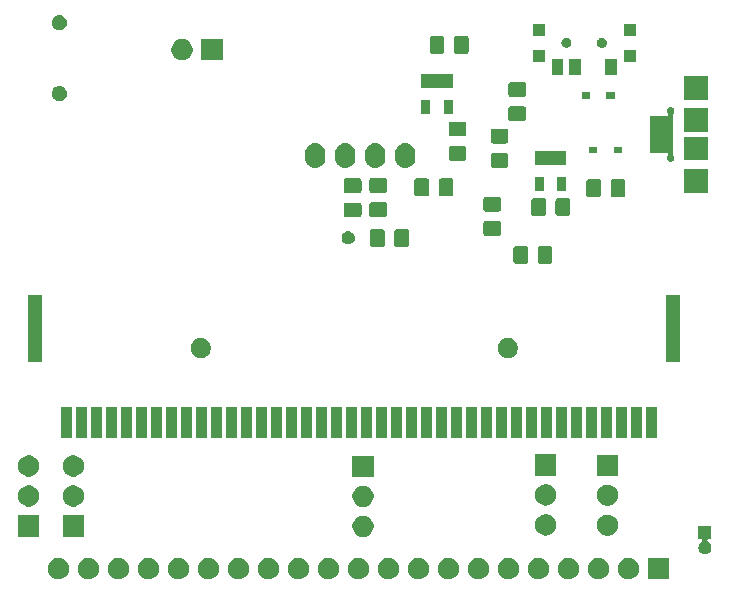
<source format=gbr>
G04 #@! TF.GenerationSoftware,KiCad,Pcbnew,5.1.5-52549c5~84~ubuntu16.04.1*
G04 #@! TF.CreationDate,2020-03-24T16:17:06-03:00*
G04 #@! TF.ProjectId,microbit_hat1_rd,6d696372-6f62-4697-945f-686174315f72,rev?*
G04 #@! TF.SameCoordinates,Original*
G04 #@! TF.FileFunction,Soldermask,Top*
G04 #@! TF.FilePolarity,Negative*
%FSLAX46Y46*%
G04 Gerber Fmt 4.6, Leading zero omitted, Abs format (unit mm)*
G04 Created by KiCad (PCBNEW 5.1.5-52549c5~84~ubuntu16.04.1) date 2020-03-24 16:17:06*
%MOMM*%
%LPD*%
G04 APERTURE LIST*
%ADD10C,0.100000*%
G04 APERTURE END LIST*
D10*
G36*
X186224392Y-125336847D02*
G01*
X186373692Y-125366544D01*
X186537664Y-125434464D01*
X186685234Y-125533067D01*
X186810733Y-125658566D01*
X186909336Y-125806136D01*
X186977256Y-125970108D01*
X187011880Y-126144179D01*
X187011880Y-126321661D01*
X186977256Y-126495732D01*
X186909336Y-126659704D01*
X186810733Y-126807274D01*
X186685234Y-126932773D01*
X186537664Y-127031376D01*
X186373692Y-127099296D01*
X186224392Y-127128993D01*
X186199622Y-127133920D01*
X186022138Y-127133920D01*
X185997368Y-127128993D01*
X185848068Y-127099296D01*
X185684096Y-127031376D01*
X185536526Y-126932773D01*
X185411027Y-126807274D01*
X185312424Y-126659704D01*
X185244504Y-126495732D01*
X185209880Y-126321661D01*
X185209880Y-126144179D01*
X185244504Y-125970108D01*
X185312424Y-125806136D01*
X185411027Y-125658566D01*
X185536526Y-125533067D01*
X185684096Y-125434464D01*
X185848068Y-125366544D01*
X185997368Y-125336847D01*
X186022138Y-125331920D01*
X186199622Y-125331920D01*
X186224392Y-125336847D01*
G37*
G36*
X178604392Y-125336847D02*
G01*
X178753692Y-125366544D01*
X178917664Y-125434464D01*
X179065234Y-125533067D01*
X179190733Y-125658566D01*
X179289336Y-125806136D01*
X179357256Y-125970108D01*
X179391880Y-126144179D01*
X179391880Y-126321661D01*
X179357256Y-126495732D01*
X179289336Y-126659704D01*
X179190733Y-126807274D01*
X179065234Y-126932773D01*
X178917664Y-127031376D01*
X178753692Y-127099296D01*
X178604392Y-127128993D01*
X178579622Y-127133920D01*
X178402138Y-127133920D01*
X178377368Y-127128993D01*
X178228068Y-127099296D01*
X178064096Y-127031376D01*
X177916526Y-126932773D01*
X177791027Y-126807274D01*
X177692424Y-126659704D01*
X177624504Y-126495732D01*
X177589880Y-126321661D01*
X177589880Y-126144179D01*
X177624504Y-125970108D01*
X177692424Y-125806136D01*
X177791027Y-125658566D01*
X177916526Y-125533067D01*
X178064096Y-125434464D01*
X178228068Y-125366544D01*
X178377368Y-125336847D01*
X178402138Y-125331920D01*
X178579622Y-125331920D01*
X178604392Y-125336847D01*
G37*
G36*
X201464392Y-125336847D02*
G01*
X201613692Y-125366544D01*
X201777664Y-125434464D01*
X201925234Y-125533067D01*
X202050733Y-125658566D01*
X202149336Y-125806136D01*
X202217256Y-125970108D01*
X202251880Y-126144179D01*
X202251880Y-126321661D01*
X202217256Y-126495732D01*
X202149336Y-126659704D01*
X202050733Y-126807274D01*
X201925234Y-126932773D01*
X201777664Y-127031376D01*
X201613692Y-127099296D01*
X201464392Y-127128993D01*
X201439622Y-127133920D01*
X201262138Y-127133920D01*
X201237368Y-127128993D01*
X201088068Y-127099296D01*
X200924096Y-127031376D01*
X200776526Y-126932773D01*
X200651027Y-126807274D01*
X200552424Y-126659704D01*
X200484504Y-126495732D01*
X200449880Y-126321661D01*
X200449880Y-126144179D01*
X200484504Y-125970108D01*
X200552424Y-125806136D01*
X200651027Y-125658566D01*
X200776526Y-125533067D01*
X200924096Y-125434464D01*
X201088068Y-125366544D01*
X201237368Y-125336847D01*
X201262138Y-125331920D01*
X201439622Y-125331920D01*
X201464392Y-125336847D01*
G37*
G36*
X198924392Y-125336847D02*
G01*
X199073692Y-125366544D01*
X199237664Y-125434464D01*
X199385234Y-125533067D01*
X199510733Y-125658566D01*
X199609336Y-125806136D01*
X199677256Y-125970108D01*
X199711880Y-126144179D01*
X199711880Y-126321661D01*
X199677256Y-126495732D01*
X199609336Y-126659704D01*
X199510733Y-126807274D01*
X199385234Y-126932773D01*
X199237664Y-127031376D01*
X199073692Y-127099296D01*
X198924392Y-127128993D01*
X198899622Y-127133920D01*
X198722138Y-127133920D01*
X198697368Y-127128993D01*
X198548068Y-127099296D01*
X198384096Y-127031376D01*
X198236526Y-126932773D01*
X198111027Y-126807274D01*
X198012424Y-126659704D01*
X197944504Y-126495732D01*
X197909880Y-126321661D01*
X197909880Y-126144179D01*
X197944504Y-125970108D01*
X198012424Y-125806136D01*
X198111027Y-125658566D01*
X198236526Y-125533067D01*
X198384096Y-125434464D01*
X198548068Y-125366544D01*
X198697368Y-125336847D01*
X198722138Y-125331920D01*
X198899622Y-125331920D01*
X198924392Y-125336847D01*
G37*
G36*
X196384392Y-125336847D02*
G01*
X196533692Y-125366544D01*
X196697664Y-125434464D01*
X196845234Y-125533067D01*
X196970733Y-125658566D01*
X197069336Y-125806136D01*
X197137256Y-125970108D01*
X197171880Y-126144179D01*
X197171880Y-126321661D01*
X197137256Y-126495732D01*
X197069336Y-126659704D01*
X196970733Y-126807274D01*
X196845234Y-126932773D01*
X196697664Y-127031376D01*
X196533692Y-127099296D01*
X196384392Y-127128993D01*
X196359622Y-127133920D01*
X196182138Y-127133920D01*
X196157368Y-127128993D01*
X196008068Y-127099296D01*
X195844096Y-127031376D01*
X195696526Y-126932773D01*
X195571027Y-126807274D01*
X195472424Y-126659704D01*
X195404504Y-126495732D01*
X195369880Y-126321661D01*
X195369880Y-126144179D01*
X195404504Y-125970108D01*
X195472424Y-125806136D01*
X195571027Y-125658566D01*
X195696526Y-125533067D01*
X195844096Y-125434464D01*
X196008068Y-125366544D01*
X196157368Y-125336847D01*
X196182138Y-125331920D01*
X196359622Y-125331920D01*
X196384392Y-125336847D01*
G37*
G36*
X193844392Y-125336847D02*
G01*
X193993692Y-125366544D01*
X194157664Y-125434464D01*
X194305234Y-125533067D01*
X194430733Y-125658566D01*
X194529336Y-125806136D01*
X194597256Y-125970108D01*
X194631880Y-126144179D01*
X194631880Y-126321661D01*
X194597256Y-126495732D01*
X194529336Y-126659704D01*
X194430733Y-126807274D01*
X194305234Y-126932773D01*
X194157664Y-127031376D01*
X193993692Y-127099296D01*
X193844392Y-127128993D01*
X193819622Y-127133920D01*
X193642138Y-127133920D01*
X193617368Y-127128993D01*
X193468068Y-127099296D01*
X193304096Y-127031376D01*
X193156526Y-126932773D01*
X193031027Y-126807274D01*
X192932424Y-126659704D01*
X192864504Y-126495732D01*
X192829880Y-126321661D01*
X192829880Y-126144179D01*
X192864504Y-125970108D01*
X192932424Y-125806136D01*
X193031027Y-125658566D01*
X193156526Y-125533067D01*
X193304096Y-125434464D01*
X193468068Y-125366544D01*
X193617368Y-125336847D01*
X193642138Y-125331920D01*
X193819622Y-125331920D01*
X193844392Y-125336847D01*
G37*
G36*
X191304392Y-125336847D02*
G01*
X191453692Y-125366544D01*
X191617664Y-125434464D01*
X191765234Y-125533067D01*
X191890733Y-125658566D01*
X191989336Y-125806136D01*
X192057256Y-125970108D01*
X192091880Y-126144179D01*
X192091880Y-126321661D01*
X192057256Y-126495732D01*
X191989336Y-126659704D01*
X191890733Y-126807274D01*
X191765234Y-126932773D01*
X191617664Y-127031376D01*
X191453692Y-127099296D01*
X191304392Y-127128993D01*
X191279622Y-127133920D01*
X191102138Y-127133920D01*
X191077368Y-127128993D01*
X190928068Y-127099296D01*
X190764096Y-127031376D01*
X190616526Y-126932773D01*
X190491027Y-126807274D01*
X190392424Y-126659704D01*
X190324504Y-126495732D01*
X190289880Y-126321661D01*
X190289880Y-126144179D01*
X190324504Y-125970108D01*
X190392424Y-125806136D01*
X190491027Y-125658566D01*
X190616526Y-125533067D01*
X190764096Y-125434464D01*
X190928068Y-125366544D01*
X191077368Y-125336847D01*
X191102138Y-125331920D01*
X191279622Y-125331920D01*
X191304392Y-125336847D01*
G37*
G36*
X188764392Y-125336847D02*
G01*
X188913692Y-125366544D01*
X189077664Y-125434464D01*
X189225234Y-125533067D01*
X189350733Y-125658566D01*
X189449336Y-125806136D01*
X189517256Y-125970108D01*
X189551880Y-126144179D01*
X189551880Y-126321661D01*
X189517256Y-126495732D01*
X189449336Y-126659704D01*
X189350733Y-126807274D01*
X189225234Y-126932773D01*
X189077664Y-127031376D01*
X188913692Y-127099296D01*
X188764392Y-127128993D01*
X188739622Y-127133920D01*
X188562138Y-127133920D01*
X188537368Y-127128993D01*
X188388068Y-127099296D01*
X188224096Y-127031376D01*
X188076526Y-126932773D01*
X187951027Y-126807274D01*
X187852424Y-126659704D01*
X187784504Y-126495732D01*
X187749880Y-126321661D01*
X187749880Y-126144179D01*
X187784504Y-125970108D01*
X187852424Y-125806136D01*
X187951027Y-125658566D01*
X188076526Y-125533067D01*
X188224096Y-125434464D01*
X188388068Y-125366544D01*
X188537368Y-125336847D01*
X188562138Y-125331920D01*
X188739622Y-125331920D01*
X188764392Y-125336847D01*
G37*
G36*
X183684392Y-125336847D02*
G01*
X183833692Y-125366544D01*
X183997664Y-125434464D01*
X184145234Y-125533067D01*
X184270733Y-125658566D01*
X184369336Y-125806136D01*
X184437256Y-125970108D01*
X184471880Y-126144179D01*
X184471880Y-126321661D01*
X184437256Y-126495732D01*
X184369336Y-126659704D01*
X184270733Y-126807274D01*
X184145234Y-126932773D01*
X183997664Y-127031376D01*
X183833692Y-127099296D01*
X183684392Y-127128993D01*
X183659622Y-127133920D01*
X183482138Y-127133920D01*
X183457368Y-127128993D01*
X183308068Y-127099296D01*
X183144096Y-127031376D01*
X182996526Y-126932773D01*
X182871027Y-126807274D01*
X182772424Y-126659704D01*
X182704504Y-126495732D01*
X182669880Y-126321661D01*
X182669880Y-126144179D01*
X182704504Y-125970108D01*
X182772424Y-125806136D01*
X182871027Y-125658566D01*
X182996526Y-125533067D01*
X183144096Y-125434464D01*
X183308068Y-125366544D01*
X183457368Y-125336847D01*
X183482138Y-125331920D01*
X183659622Y-125331920D01*
X183684392Y-125336847D01*
G37*
G36*
X181144392Y-125336847D02*
G01*
X181293692Y-125366544D01*
X181457664Y-125434464D01*
X181605234Y-125533067D01*
X181730733Y-125658566D01*
X181829336Y-125806136D01*
X181897256Y-125970108D01*
X181931880Y-126144179D01*
X181931880Y-126321661D01*
X181897256Y-126495732D01*
X181829336Y-126659704D01*
X181730733Y-126807274D01*
X181605234Y-126932773D01*
X181457664Y-127031376D01*
X181293692Y-127099296D01*
X181144392Y-127128993D01*
X181119622Y-127133920D01*
X180942138Y-127133920D01*
X180917368Y-127128993D01*
X180768068Y-127099296D01*
X180604096Y-127031376D01*
X180456526Y-126932773D01*
X180331027Y-126807274D01*
X180232424Y-126659704D01*
X180164504Y-126495732D01*
X180129880Y-126321661D01*
X180129880Y-126144179D01*
X180164504Y-125970108D01*
X180232424Y-125806136D01*
X180331027Y-125658566D01*
X180456526Y-125533067D01*
X180604096Y-125434464D01*
X180768068Y-125366544D01*
X180917368Y-125336847D01*
X180942138Y-125331920D01*
X181119622Y-125331920D01*
X181144392Y-125336847D01*
G37*
G36*
X204791880Y-127133920D02*
G01*
X202989880Y-127133920D01*
X202989880Y-125331920D01*
X204791880Y-125331920D01*
X204791880Y-127133920D01*
G37*
G36*
X155744392Y-125336847D02*
G01*
X155893692Y-125366544D01*
X156057664Y-125434464D01*
X156205234Y-125533067D01*
X156330733Y-125658566D01*
X156429336Y-125806136D01*
X156497256Y-125970108D01*
X156531880Y-126144179D01*
X156531880Y-126321661D01*
X156497256Y-126495732D01*
X156429336Y-126659704D01*
X156330733Y-126807274D01*
X156205234Y-126932773D01*
X156057664Y-127031376D01*
X155893692Y-127099296D01*
X155744392Y-127128993D01*
X155719622Y-127133920D01*
X155542138Y-127133920D01*
X155517368Y-127128993D01*
X155368068Y-127099296D01*
X155204096Y-127031376D01*
X155056526Y-126932773D01*
X154931027Y-126807274D01*
X154832424Y-126659704D01*
X154764504Y-126495732D01*
X154729880Y-126321661D01*
X154729880Y-126144179D01*
X154764504Y-125970108D01*
X154832424Y-125806136D01*
X154931027Y-125658566D01*
X155056526Y-125533067D01*
X155204096Y-125434464D01*
X155368068Y-125366544D01*
X155517368Y-125336847D01*
X155542138Y-125331920D01*
X155719622Y-125331920D01*
X155744392Y-125336847D01*
G37*
G36*
X153204392Y-125336847D02*
G01*
X153353692Y-125366544D01*
X153517664Y-125434464D01*
X153665234Y-125533067D01*
X153790733Y-125658566D01*
X153889336Y-125806136D01*
X153957256Y-125970108D01*
X153991880Y-126144179D01*
X153991880Y-126321661D01*
X153957256Y-126495732D01*
X153889336Y-126659704D01*
X153790733Y-126807274D01*
X153665234Y-126932773D01*
X153517664Y-127031376D01*
X153353692Y-127099296D01*
X153204392Y-127128993D01*
X153179622Y-127133920D01*
X153002138Y-127133920D01*
X152977368Y-127128993D01*
X152828068Y-127099296D01*
X152664096Y-127031376D01*
X152516526Y-126932773D01*
X152391027Y-126807274D01*
X152292424Y-126659704D01*
X152224504Y-126495732D01*
X152189880Y-126321661D01*
X152189880Y-126144179D01*
X152224504Y-125970108D01*
X152292424Y-125806136D01*
X152391027Y-125658566D01*
X152516526Y-125533067D01*
X152664096Y-125434464D01*
X152828068Y-125366544D01*
X152977368Y-125336847D01*
X153002138Y-125331920D01*
X153179622Y-125331920D01*
X153204392Y-125336847D01*
G37*
G36*
X176064392Y-125336847D02*
G01*
X176213692Y-125366544D01*
X176377664Y-125434464D01*
X176525234Y-125533067D01*
X176650733Y-125658566D01*
X176749336Y-125806136D01*
X176817256Y-125970108D01*
X176851880Y-126144179D01*
X176851880Y-126321661D01*
X176817256Y-126495732D01*
X176749336Y-126659704D01*
X176650733Y-126807274D01*
X176525234Y-126932773D01*
X176377664Y-127031376D01*
X176213692Y-127099296D01*
X176064392Y-127128993D01*
X176039622Y-127133920D01*
X175862138Y-127133920D01*
X175837368Y-127128993D01*
X175688068Y-127099296D01*
X175524096Y-127031376D01*
X175376526Y-126932773D01*
X175251027Y-126807274D01*
X175152424Y-126659704D01*
X175084504Y-126495732D01*
X175049880Y-126321661D01*
X175049880Y-126144179D01*
X175084504Y-125970108D01*
X175152424Y-125806136D01*
X175251027Y-125658566D01*
X175376526Y-125533067D01*
X175524096Y-125434464D01*
X175688068Y-125366544D01*
X175837368Y-125336847D01*
X175862138Y-125331920D01*
X176039622Y-125331920D01*
X176064392Y-125336847D01*
G37*
G36*
X158284392Y-125336847D02*
G01*
X158433692Y-125366544D01*
X158597664Y-125434464D01*
X158745234Y-125533067D01*
X158870733Y-125658566D01*
X158969336Y-125806136D01*
X159037256Y-125970108D01*
X159071880Y-126144179D01*
X159071880Y-126321661D01*
X159037256Y-126495732D01*
X158969336Y-126659704D01*
X158870733Y-126807274D01*
X158745234Y-126932773D01*
X158597664Y-127031376D01*
X158433692Y-127099296D01*
X158284392Y-127128993D01*
X158259622Y-127133920D01*
X158082138Y-127133920D01*
X158057368Y-127128993D01*
X157908068Y-127099296D01*
X157744096Y-127031376D01*
X157596526Y-126932773D01*
X157471027Y-126807274D01*
X157372424Y-126659704D01*
X157304504Y-126495732D01*
X157269880Y-126321661D01*
X157269880Y-126144179D01*
X157304504Y-125970108D01*
X157372424Y-125806136D01*
X157471027Y-125658566D01*
X157596526Y-125533067D01*
X157744096Y-125434464D01*
X157908068Y-125366544D01*
X158057368Y-125336847D01*
X158082138Y-125331920D01*
X158259622Y-125331920D01*
X158284392Y-125336847D01*
G37*
G36*
X160824392Y-125336847D02*
G01*
X160973692Y-125366544D01*
X161137664Y-125434464D01*
X161285234Y-125533067D01*
X161410733Y-125658566D01*
X161509336Y-125806136D01*
X161577256Y-125970108D01*
X161611880Y-126144179D01*
X161611880Y-126321661D01*
X161577256Y-126495732D01*
X161509336Y-126659704D01*
X161410733Y-126807274D01*
X161285234Y-126932773D01*
X161137664Y-127031376D01*
X160973692Y-127099296D01*
X160824392Y-127128993D01*
X160799622Y-127133920D01*
X160622138Y-127133920D01*
X160597368Y-127128993D01*
X160448068Y-127099296D01*
X160284096Y-127031376D01*
X160136526Y-126932773D01*
X160011027Y-126807274D01*
X159912424Y-126659704D01*
X159844504Y-126495732D01*
X159809880Y-126321661D01*
X159809880Y-126144179D01*
X159844504Y-125970108D01*
X159912424Y-125806136D01*
X160011027Y-125658566D01*
X160136526Y-125533067D01*
X160284096Y-125434464D01*
X160448068Y-125366544D01*
X160597368Y-125336847D01*
X160622138Y-125331920D01*
X160799622Y-125331920D01*
X160824392Y-125336847D01*
G37*
G36*
X163364392Y-125336847D02*
G01*
X163513692Y-125366544D01*
X163677664Y-125434464D01*
X163825234Y-125533067D01*
X163950733Y-125658566D01*
X164049336Y-125806136D01*
X164117256Y-125970108D01*
X164151880Y-126144179D01*
X164151880Y-126321661D01*
X164117256Y-126495732D01*
X164049336Y-126659704D01*
X163950733Y-126807274D01*
X163825234Y-126932773D01*
X163677664Y-127031376D01*
X163513692Y-127099296D01*
X163364392Y-127128993D01*
X163339622Y-127133920D01*
X163162138Y-127133920D01*
X163137368Y-127128993D01*
X162988068Y-127099296D01*
X162824096Y-127031376D01*
X162676526Y-126932773D01*
X162551027Y-126807274D01*
X162452424Y-126659704D01*
X162384504Y-126495732D01*
X162349880Y-126321661D01*
X162349880Y-126144179D01*
X162384504Y-125970108D01*
X162452424Y-125806136D01*
X162551027Y-125658566D01*
X162676526Y-125533067D01*
X162824096Y-125434464D01*
X162988068Y-125366544D01*
X163137368Y-125336847D01*
X163162138Y-125331920D01*
X163339622Y-125331920D01*
X163364392Y-125336847D01*
G37*
G36*
X165904392Y-125336847D02*
G01*
X166053692Y-125366544D01*
X166217664Y-125434464D01*
X166365234Y-125533067D01*
X166490733Y-125658566D01*
X166589336Y-125806136D01*
X166657256Y-125970108D01*
X166691880Y-126144179D01*
X166691880Y-126321661D01*
X166657256Y-126495732D01*
X166589336Y-126659704D01*
X166490733Y-126807274D01*
X166365234Y-126932773D01*
X166217664Y-127031376D01*
X166053692Y-127099296D01*
X165904392Y-127128993D01*
X165879622Y-127133920D01*
X165702138Y-127133920D01*
X165677368Y-127128993D01*
X165528068Y-127099296D01*
X165364096Y-127031376D01*
X165216526Y-126932773D01*
X165091027Y-126807274D01*
X164992424Y-126659704D01*
X164924504Y-126495732D01*
X164889880Y-126321661D01*
X164889880Y-126144179D01*
X164924504Y-125970108D01*
X164992424Y-125806136D01*
X165091027Y-125658566D01*
X165216526Y-125533067D01*
X165364096Y-125434464D01*
X165528068Y-125366544D01*
X165677368Y-125336847D01*
X165702138Y-125331920D01*
X165879622Y-125331920D01*
X165904392Y-125336847D01*
G37*
G36*
X168444392Y-125336847D02*
G01*
X168593692Y-125366544D01*
X168757664Y-125434464D01*
X168905234Y-125533067D01*
X169030733Y-125658566D01*
X169129336Y-125806136D01*
X169197256Y-125970108D01*
X169231880Y-126144179D01*
X169231880Y-126321661D01*
X169197256Y-126495732D01*
X169129336Y-126659704D01*
X169030733Y-126807274D01*
X168905234Y-126932773D01*
X168757664Y-127031376D01*
X168593692Y-127099296D01*
X168444392Y-127128993D01*
X168419622Y-127133920D01*
X168242138Y-127133920D01*
X168217368Y-127128993D01*
X168068068Y-127099296D01*
X167904096Y-127031376D01*
X167756526Y-126932773D01*
X167631027Y-126807274D01*
X167532424Y-126659704D01*
X167464504Y-126495732D01*
X167429880Y-126321661D01*
X167429880Y-126144179D01*
X167464504Y-125970108D01*
X167532424Y-125806136D01*
X167631027Y-125658566D01*
X167756526Y-125533067D01*
X167904096Y-125434464D01*
X168068068Y-125366544D01*
X168217368Y-125336847D01*
X168242138Y-125331920D01*
X168419622Y-125331920D01*
X168444392Y-125336847D01*
G37*
G36*
X170984392Y-125336847D02*
G01*
X171133692Y-125366544D01*
X171297664Y-125434464D01*
X171445234Y-125533067D01*
X171570733Y-125658566D01*
X171669336Y-125806136D01*
X171737256Y-125970108D01*
X171771880Y-126144179D01*
X171771880Y-126321661D01*
X171737256Y-126495732D01*
X171669336Y-126659704D01*
X171570733Y-126807274D01*
X171445234Y-126932773D01*
X171297664Y-127031376D01*
X171133692Y-127099296D01*
X170984392Y-127128993D01*
X170959622Y-127133920D01*
X170782138Y-127133920D01*
X170757368Y-127128993D01*
X170608068Y-127099296D01*
X170444096Y-127031376D01*
X170296526Y-126932773D01*
X170171027Y-126807274D01*
X170072424Y-126659704D01*
X170004504Y-126495732D01*
X169969880Y-126321661D01*
X169969880Y-126144179D01*
X170004504Y-125970108D01*
X170072424Y-125806136D01*
X170171027Y-125658566D01*
X170296526Y-125533067D01*
X170444096Y-125434464D01*
X170608068Y-125366544D01*
X170757368Y-125336847D01*
X170782138Y-125331920D01*
X170959622Y-125331920D01*
X170984392Y-125336847D01*
G37*
G36*
X173524392Y-125336847D02*
G01*
X173673692Y-125366544D01*
X173837664Y-125434464D01*
X173985234Y-125533067D01*
X174110733Y-125658566D01*
X174209336Y-125806136D01*
X174277256Y-125970108D01*
X174311880Y-126144179D01*
X174311880Y-126321661D01*
X174277256Y-126495732D01*
X174209336Y-126659704D01*
X174110733Y-126807274D01*
X173985234Y-126932773D01*
X173837664Y-127031376D01*
X173673692Y-127099296D01*
X173524392Y-127128993D01*
X173499622Y-127133920D01*
X173322138Y-127133920D01*
X173297368Y-127128993D01*
X173148068Y-127099296D01*
X172984096Y-127031376D01*
X172836526Y-126932773D01*
X172711027Y-126807274D01*
X172612424Y-126659704D01*
X172544504Y-126495732D01*
X172509880Y-126321661D01*
X172509880Y-126144179D01*
X172544504Y-125970108D01*
X172612424Y-125806136D01*
X172711027Y-125658566D01*
X172836526Y-125533067D01*
X172984096Y-125434464D01*
X173148068Y-125366544D01*
X173297368Y-125336847D01*
X173322138Y-125331920D01*
X173499622Y-125331920D01*
X173524392Y-125336847D01*
G37*
G36*
X208386500Y-123733380D02*
G01*
X208163282Y-123733380D01*
X208138896Y-123735782D01*
X208115447Y-123742895D01*
X208093836Y-123754446D01*
X208074894Y-123769991D01*
X208059349Y-123788933D01*
X208047798Y-123810544D01*
X208040685Y-123833993D01*
X208038283Y-123858379D01*
X208040685Y-123882765D01*
X208047798Y-123906214D01*
X208059349Y-123927825D01*
X208074894Y-123946767D01*
X208093836Y-123962312D01*
X208155316Y-124003392D01*
X208186742Y-124024390D01*
X208263490Y-124101138D01*
X208263491Y-124101140D01*
X208323791Y-124191385D01*
X208365326Y-124291659D01*
X208386500Y-124398110D01*
X208386500Y-124506650D01*
X208365326Y-124613101D01*
X208323791Y-124713375D01*
X208323790Y-124713376D01*
X208263490Y-124803622D01*
X208186742Y-124880370D01*
X208141312Y-124910725D01*
X208096495Y-124940671D01*
X207996221Y-124982206D01*
X207889770Y-125003380D01*
X207781230Y-125003380D01*
X207674779Y-124982206D01*
X207574505Y-124940671D01*
X207529688Y-124910725D01*
X207484258Y-124880370D01*
X207407510Y-124803622D01*
X207347210Y-124713376D01*
X207347209Y-124713375D01*
X207305674Y-124613101D01*
X207284500Y-124506650D01*
X207284500Y-124398110D01*
X207305674Y-124291659D01*
X207347209Y-124191385D01*
X207407509Y-124101140D01*
X207407510Y-124101138D01*
X207484258Y-124024390D01*
X207515684Y-124003392D01*
X207577164Y-123962312D01*
X207596106Y-123946766D01*
X207611651Y-123927824D01*
X207623202Y-123906213D01*
X207630315Y-123882765D01*
X207632717Y-123858378D01*
X207630315Y-123833992D01*
X207623202Y-123810543D01*
X207611651Y-123788933D01*
X207596105Y-123769991D01*
X207577163Y-123754446D01*
X207555552Y-123742895D01*
X207532104Y-123735782D01*
X207507718Y-123733380D01*
X207284500Y-123733380D01*
X207284500Y-122631380D01*
X208386500Y-122631380D01*
X208386500Y-123733380D01*
G37*
G36*
X179003172Y-121752907D02*
G01*
X179152472Y-121782604D01*
X179316444Y-121850524D01*
X179464014Y-121949127D01*
X179589513Y-122074626D01*
X179688116Y-122222196D01*
X179756036Y-122386168D01*
X179790660Y-122560239D01*
X179790660Y-122737721D01*
X179756036Y-122911792D01*
X179688116Y-123075764D01*
X179589513Y-123223334D01*
X179464014Y-123348833D01*
X179316444Y-123447436D01*
X179152472Y-123515356D01*
X179003172Y-123545053D01*
X178978402Y-123549980D01*
X178800918Y-123549980D01*
X178776148Y-123545053D01*
X178626848Y-123515356D01*
X178462876Y-123447436D01*
X178315306Y-123348833D01*
X178189807Y-123223334D01*
X178091204Y-123075764D01*
X178023284Y-122911792D01*
X177988660Y-122737721D01*
X177988660Y-122560239D01*
X178023284Y-122386168D01*
X178091204Y-122222196D01*
X178189807Y-122074626D01*
X178315306Y-121949127D01*
X178462876Y-121850524D01*
X178626848Y-121782604D01*
X178776148Y-121752907D01*
X178800918Y-121747980D01*
X178978402Y-121747980D01*
X179003172Y-121752907D01*
G37*
G36*
X151477280Y-123527120D02*
G01*
X149675280Y-123527120D01*
X149675280Y-121725120D01*
X151477280Y-121725120D01*
X151477280Y-123527120D01*
G37*
G36*
X155259340Y-123527120D02*
G01*
X153457340Y-123527120D01*
X153457340Y-121725120D01*
X155259340Y-121725120D01*
X155259340Y-123527120D01*
G37*
G36*
X199686392Y-121661467D02*
G01*
X199835692Y-121691164D01*
X199999664Y-121759084D01*
X200147234Y-121857687D01*
X200272733Y-121983186D01*
X200371336Y-122130756D01*
X200439256Y-122294728D01*
X200473880Y-122468799D01*
X200473880Y-122646281D01*
X200439256Y-122820352D01*
X200371336Y-122984324D01*
X200272733Y-123131894D01*
X200147234Y-123257393D01*
X199999664Y-123355996D01*
X199835692Y-123423916D01*
X199686392Y-123453613D01*
X199661622Y-123458540D01*
X199484138Y-123458540D01*
X199459368Y-123453613D01*
X199310068Y-123423916D01*
X199146096Y-123355996D01*
X198998526Y-123257393D01*
X198873027Y-123131894D01*
X198774424Y-122984324D01*
X198706504Y-122820352D01*
X198671880Y-122646281D01*
X198671880Y-122468799D01*
X198706504Y-122294728D01*
X198774424Y-122130756D01*
X198873027Y-121983186D01*
X198998526Y-121857687D01*
X199146096Y-121759084D01*
X199310068Y-121691164D01*
X199459368Y-121661467D01*
X199484138Y-121656540D01*
X199661622Y-121656540D01*
X199686392Y-121661467D01*
G37*
G36*
X194471772Y-121636067D02*
G01*
X194621072Y-121665764D01*
X194785044Y-121733684D01*
X194932614Y-121832287D01*
X195058113Y-121957786D01*
X195156716Y-122105356D01*
X195224636Y-122269328D01*
X195259260Y-122443399D01*
X195259260Y-122620881D01*
X195224636Y-122794952D01*
X195156716Y-122958924D01*
X195058113Y-123106494D01*
X194932614Y-123231993D01*
X194785044Y-123330596D01*
X194621072Y-123398516D01*
X194471772Y-123428213D01*
X194447002Y-123433140D01*
X194269518Y-123433140D01*
X194244748Y-123428213D01*
X194095448Y-123398516D01*
X193931476Y-123330596D01*
X193783906Y-123231993D01*
X193658407Y-123106494D01*
X193559804Y-122958924D01*
X193491884Y-122794952D01*
X193457260Y-122620881D01*
X193457260Y-122443399D01*
X193491884Y-122269328D01*
X193559804Y-122105356D01*
X193658407Y-121957786D01*
X193783906Y-121832287D01*
X193931476Y-121733684D01*
X194095448Y-121665764D01*
X194244748Y-121636067D01*
X194269518Y-121631140D01*
X194447002Y-121631140D01*
X194471772Y-121636067D01*
G37*
G36*
X179003172Y-119212907D02*
G01*
X179152472Y-119242604D01*
X179316444Y-119310524D01*
X179464014Y-119409127D01*
X179589513Y-119534626D01*
X179688116Y-119682196D01*
X179756036Y-119846168D01*
X179790660Y-120020239D01*
X179790660Y-120197721D01*
X179756036Y-120371792D01*
X179688116Y-120535764D01*
X179589513Y-120683334D01*
X179464014Y-120808833D01*
X179316444Y-120907436D01*
X179152472Y-120975356D01*
X179003172Y-121005053D01*
X178978402Y-121009980D01*
X178800918Y-121009980D01*
X178776148Y-121005053D01*
X178626848Y-120975356D01*
X178462876Y-120907436D01*
X178315306Y-120808833D01*
X178189807Y-120683334D01*
X178091204Y-120535764D01*
X178023284Y-120371792D01*
X177988660Y-120197721D01*
X177988660Y-120020239D01*
X178023284Y-119846168D01*
X178091204Y-119682196D01*
X178189807Y-119534626D01*
X178315306Y-119409127D01*
X178462876Y-119310524D01*
X178626848Y-119242604D01*
X178776148Y-119212907D01*
X178800918Y-119207980D01*
X178978402Y-119207980D01*
X179003172Y-119212907D01*
G37*
G36*
X154471852Y-119190047D02*
G01*
X154621152Y-119219744D01*
X154785124Y-119287664D01*
X154932694Y-119386267D01*
X155058193Y-119511766D01*
X155156796Y-119659336D01*
X155224716Y-119823308D01*
X155259340Y-119997379D01*
X155259340Y-120174861D01*
X155224716Y-120348932D01*
X155156796Y-120512904D01*
X155058193Y-120660474D01*
X154932694Y-120785973D01*
X154785124Y-120884576D01*
X154621152Y-120952496D01*
X154471852Y-120982193D01*
X154447082Y-120987120D01*
X154269598Y-120987120D01*
X154244828Y-120982193D01*
X154095528Y-120952496D01*
X153931556Y-120884576D01*
X153783986Y-120785973D01*
X153658487Y-120660474D01*
X153559884Y-120512904D01*
X153491964Y-120348932D01*
X153457340Y-120174861D01*
X153457340Y-119997379D01*
X153491964Y-119823308D01*
X153559884Y-119659336D01*
X153658487Y-119511766D01*
X153783986Y-119386267D01*
X153931556Y-119287664D01*
X154095528Y-119219744D01*
X154244828Y-119190047D01*
X154269598Y-119185120D01*
X154447082Y-119185120D01*
X154471852Y-119190047D01*
G37*
G36*
X150689792Y-119190047D02*
G01*
X150839092Y-119219744D01*
X151003064Y-119287664D01*
X151150634Y-119386267D01*
X151276133Y-119511766D01*
X151374736Y-119659336D01*
X151442656Y-119823308D01*
X151477280Y-119997379D01*
X151477280Y-120174861D01*
X151442656Y-120348932D01*
X151374736Y-120512904D01*
X151276133Y-120660474D01*
X151150634Y-120785973D01*
X151003064Y-120884576D01*
X150839092Y-120952496D01*
X150689792Y-120982193D01*
X150665022Y-120987120D01*
X150487538Y-120987120D01*
X150462768Y-120982193D01*
X150313468Y-120952496D01*
X150149496Y-120884576D01*
X150001926Y-120785973D01*
X149876427Y-120660474D01*
X149777824Y-120512904D01*
X149709904Y-120348932D01*
X149675280Y-120174861D01*
X149675280Y-119997379D01*
X149709904Y-119823308D01*
X149777824Y-119659336D01*
X149876427Y-119511766D01*
X150001926Y-119386267D01*
X150149496Y-119287664D01*
X150313468Y-119219744D01*
X150462768Y-119190047D01*
X150487538Y-119185120D01*
X150665022Y-119185120D01*
X150689792Y-119190047D01*
G37*
G36*
X199686392Y-119121467D02*
G01*
X199835692Y-119151164D01*
X199999664Y-119219084D01*
X200147234Y-119317687D01*
X200272733Y-119443186D01*
X200371336Y-119590756D01*
X200439256Y-119754728D01*
X200473880Y-119928799D01*
X200473880Y-120106281D01*
X200439256Y-120280352D01*
X200371336Y-120444324D01*
X200272733Y-120591894D01*
X200147234Y-120717393D01*
X199999664Y-120815996D01*
X199835692Y-120883916D01*
X199686392Y-120913613D01*
X199661622Y-120918540D01*
X199484138Y-120918540D01*
X199459368Y-120913613D01*
X199310068Y-120883916D01*
X199146096Y-120815996D01*
X198998526Y-120717393D01*
X198873027Y-120591894D01*
X198774424Y-120444324D01*
X198706504Y-120280352D01*
X198671880Y-120106281D01*
X198671880Y-119928799D01*
X198706504Y-119754728D01*
X198774424Y-119590756D01*
X198873027Y-119443186D01*
X198998526Y-119317687D01*
X199146096Y-119219084D01*
X199310068Y-119151164D01*
X199459368Y-119121467D01*
X199484138Y-119116540D01*
X199661622Y-119116540D01*
X199686392Y-119121467D01*
G37*
G36*
X194471772Y-119096067D02*
G01*
X194621072Y-119125764D01*
X194785044Y-119193684D01*
X194932614Y-119292287D01*
X195058113Y-119417786D01*
X195156716Y-119565356D01*
X195224636Y-119729328D01*
X195259260Y-119903399D01*
X195259260Y-120080881D01*
X195224636Y-120254952D01*
X195156716Y-120418924D01*
X195058113Y-120566494D01*
X194932614Y-120691993D01*
X194785044Y-120790596D01*
X194621072Y-120858516D01*
X194471772Y-120888213D01*
X194447002Y-120893140D01*
X194269518Y-120893140D01*
X194244748Y-120888213D01*
X194095448Y-120858516D01*
X193931476Y-120790596D01*
X193783906Y-120691993D01*
X193658407Y-120566494D01*
X193559804Y-120418924D01*
X193491884Y-120254952D01*
X193457260Y-120080881D01*
X193457260Y-119903399D01*
X193491884Y-119729328D01*
X193559804Y-119565356D01*
X193658407Y-119417786D01*
X193783906Y-119292287D01*
X193931476Y-119193684D01*
X194095448Y-119125764D01*
X194244748Y-119096067D01*
X194269518Y-119091140D01*
X194447002Y-119091140D01*
X194471772Y-119096067D01*
G37*
G36*
X179790660Y-118469980D02*
G01*
X177988660Y-118469980D01*
X177988660Y-116667980D01*
X179790660Y-116667980D01*
X179790660Y-118469980D01*
G37*
G36*
X154471852Y-116650047D02*
G01*
X154621152Y-116679744D01*
X154785124Y-116747664D01*
X154932694Y-116846267D01*
X155058193Y-116971766D01*
X155156796Y-117119336D01*
X155224716Y-117283308D01*
X155259340Y-117457379D01*
X155259340Y-117634861D01*
X155224716Y-117808932D01*
X155156796Y-117972904D01*
X155058193Y-118120474D01*
X154932694Y-118245973D01*
X154785124Y-118344576D01*
X154621152Y-118412496D01*
X154471852Y-118442193D01*
X154447082Y-118447120D01*
X154269598Y-118447120D01*
X154244828Y-118442193D01*
X154095528Y-118412496D01*
X153931556Y-118344576D01*
X153783986Y-118245973D01*
X153658487Y-118120474D01*
X153559884Y-117972904D01*
X153491964Y-117808932D01*
X153457340Y-117634861D01*
X153457340Y-117457379D01*
X153491964Y-117283308D01*
X153559884Y-117119336D01*
X153658487Y-116971766D01*
X153783986Y-116846267D01*
X153931556Y-116747664D01*
X154095528Y-116679744D01*
X154244828Y-116650047D01*
X154269598Y-116645120D01*
X154447082Y-116645120D01*
X154471852Y-116650047D01*
G37*
G36*
X150689792Y-116650047D02*
G01*
X150839092Y-116679744D01*
X151003064Y-116747664D01*
X151150634Y-116846267D01*
X151276133Y-116971766D01*
X151374736Y-117119336D01*
X151442656Y-117283308D01*
X151477280Y-117457379D01*
X151477280Y-117634861D01*
X151442656Y-117808932D01*
X151374736Y-117972904D01*
X151276133Y-118120474D01*
X151150634Y-118245973D01*
X151003064Y-118344576D01*
X150839092Y-118412496D01*
X150689792Y-118442193D01*
X150665022Y-118447120D01*
X150487538Y-118447120D01*
X150462768Y-118442193D01*
X150313468Y-118412496D01*
X150149496Y-118344576D01*
X150001926Y-118245973D01*
X149876427Y-118120474D01*
X149777824Y-117972904D01*
X149709904Y-117808932D01*
X149675280Y-117634861D01*
X149675280Y-117457379D01*
X149709904Y-117283308D01*
X149777824Y-117119336D01*
X149876427Y-116971766D01*
X150001926Y-116846267D01*
X150149496Y-116747664D01*
X150313468Y-116679744D01*
X150462768Y-116650047D01*
X150487538Y-116645120D01*
X150665022Y-116645120D01*
X150689792Y-116650047D01*
G37*
G36*
X200473880Y-118378540D02*
G01*
X198671880Y-118378540D01*
X198671880Y-116576540D01*
X200473880Y-116576540D01*
X200473880Y-118378540D01*
G37*
G36*
X195259260Y-118353140D02*
G01*
X193457260Y-118353140D01*
X193457260Y-116551140D01*
X195259260Y-116551140D01*
X195259260Y-118353140D01*
G37*
G36*
X180904240Y-115162160D02*
G01*
X180002240Y-115162160D01*
X180002240Y-112560160D01*
X180904240Y-112560160D01*
X180904240Y-115162160D01*
G37*
G36*
X179634240Y-115162160D02*
G01*
X178732240Y-115162160D01*
X178732240Y-112560160D01*
X179634240Y-112560160D01*
X179634240Y-115162160D01*
G37*
G36*
X178364240Y-115162160D02*
G01*
X177462240Y-115162160D01*
X177462240Y-112560160D01*
X178364240Y-112560160D01*
X178364240Y-115162160D01*
G37*
G36*
X177094240Y-115162160D02*
G01*
X176192240Y-115162160D01*
X176192240Y-112560160D01*
X177094240Y-112560160D01*
X177094240Y-115162160D01*
G37*
G36*
X191064240Y-115162160D02*
G01*
X190162240Y-115162160D01*
X190162240Y-112560160D01*
X191064240Y-112560160D01*
X191064240Y-115162160D01*
G37*
G36*
X174554240Y-115162160D02*
G01*
X173652240Y-115162160D01*
X173652240Y-112560160D01*
X174554240Y-112560160D01*
X174554240Y-115162160D01*
G37*
G36*
X172014240Y-115162160D02*
G01*
X171112240Y-115162160D01*
X171112240Y-112560160D01*
X172014240Y-112560160D01*
X172014240Y-115162160D01*
G37*
G36*
X170744240Y-115162160D02*
G01*
X169842240Y-115162160D01*
X169842240Y-112560160D01*
X170744240Y-112560160D01*
X170744240Y-115162160D01*
G37*
G36*
X169474240Y-115162160D02*
G01*
X168572240Y-115162160D01*
X168572240Y-112560160D01*
X169474240Y-112560160D01*
X169474240Y-115162160D01*
G37*
G36*
X168204240Y-115162160D02*
G01*
X167302240Y-115162160D01*
X167302240Y-112560160D01*
X168204240Y-112560160D01*
X168204240Y-115162160D01*
G37*
G36*
X166934240Y-115162160D02*
G01*
X166032240Y-115162160D01*
X166032240Y-112560160D01*
X166934240Y-112560160D01*
X166934240Y-115162160D01*
G37*
G36*
X165664240Y-115162160D02*
G01*
X164762240Y-115162160D01*
X164762240Y-112560160D01*
X165664240Y-112560160D01*
X165664240Y-115162160D01*
G37*
G36*
X164394240Y-115162160D02*
G01*
X163492240Y-115162160D01*
X163492240Y-112560160D01*
X164394240Y-112560160D01*
X164394240Y-115162160D01*
G37*
G36*
X163124240Y-115162160D02*
G01*
X162222240Y-115162160D01*
X162222240Y-112560160D01*
X163124240Y-112560160D01*
X163124240Y-115162160D01*
G37*
G36*
X161854240Y-115162160D02*
G01*
X160952240Y-115162160D01*
X160952240Y-112560160D01*
X161854240Y-112560160D01*
X161854240Y-115162160D01*
G37*
G36*
X160584240Y-115162160D02*
G01*
X159682240Y-115162160D01*
X159682240Y-112560160D01*
X160584240Y-112560160D01*
X160584240Y-115162160D01*
G37*
G36*
X193604240Y-115162160D02*
G01*
X192702240Y-115162160D01*
X192702240Y-112560160D01*
X193604240Y-112560160D01*
X193604240Y-115162160D01*
G37*
G36*
X159314240Y-115162160D02*
G01*
X158412240Y-115162160D01*
X158412240Y-112560160D01*
X159314240Y-112560160D01*
X159314240Y-115162160D01*
G37*
G36*
X192334240Y-115162160D02*
G01*
X191432240Y-115162160D01*
X191432240Y-112560160D01*
X192334240Y-112560160D01*
X192334240Y-115162160D01*
G37*
G36*
X183444240Y-115162160D02*
G01*
X182542240Y-115162160D01*
X182542240Y-112560160D01*
X183444240Y-112560160D01*
X183444240Y-115162160D01*
G37*
G36*
X182174240Y-115162160D02*
G01*
X181272240Y-115162160D01*
X181272240Y-112560160D01*
X182174240Y-112560160D01*
X182174240Y-115162160D01*
G37*
G36*
X189794240Y-115162160D02*
G01*
X188892240Y-115162160D01*
X188892240Y-112560160D01*
X189794240Y-112560160D01*
X189794240Y-115162160D01*
G37*
G36*
X154234240Y-115162160D02*
G01*
X153332240Y-115162160D01*
X153332240Y-112560160D01*
X154234240Y-112560160D01*
X154234240Y-115162160D01*
G37*
G36*
X158044240Y-115162160D02*
G01*
X157142240Y-115162160D01*
X157142240Y-112560160D01*
X158044240Y-112560160D01*
X158044240Y-115162160D01*
G37*
G36*
X156774240Y-115162160D02*
G01*
X155872240Y-115162160D01*
X155872240Y-112560160D01*
X156774240Y-112560160D01*
X156774240Y-115162160D01*
G37*
G36*
X155504240Y-115162160D02*
G01*
X154602240Y-115162160D01*
X154602240Y-112560160D01*
X155504240Y-112560160D01*
X155504240Y-115162160D01*
G37*
G36*
X203764240Y-115162160D02*
G01*
X202862240Y-115162160D01*
X202862240Y-112560160D01*
X203764240Y-112560160D01*
X203764240Y-115162160D01*
G37*
G36*
X188524240Y-115162160D02*
G01*
X187622240Y-115162160D01*
X187622240Y-112560160D01*
X188524240Y-112560160D01*
X188524240Y-115162160D01*
G37*
G36*
X187254240Y-115162160D02*
G01*
X186352240Y-115162160D01*
X186352240Y-112560160D01*
X187254240Y-112560160D01*
X187254240Y-115162160D01*
G37*
G36*
X196144240Y-115162160D02*
G01*
X195242240Y-115162160D01*
X195242240Y-112560160D01*
X196144240Y-112560160D01*
X196144240Y-115162160D01*
G37*
G36*
X197414240Y-115162160D02*
G01*
X196512240Y-115162160D01*
X196512240Y-112560160D01*
X197414240Y-112560160D01*
X197414240Y-115162160D01*
G37*
G36*
X198684240Y-115162160D02*
G01*
X197782240Y-115162160D01*
X197782240Y-112560160D01*
X198684240Y-112560160D01*
X198684240Y-115162160D01*
G37*
G36*
X199954240Y-115162160D02*
G01*
X199052240Y-115162160D01*
X199052240Y-112560160D01*
X199954240Y-112560160D01*
X199954240Y-115162160D01*
G37*
G36*
X201224240Y-115162160D02*
G01*
X200322240Y-115162160D01*
X200322240Y-112560160D01*
X201224240Y-112560160D01*
X201224240Y-115162160D01*
G37*
G36*
X202494240Y-115162160D02*
G01*
X201592240Y-115162160D01*
X201592240Y-112560160D01*
X202494240Y-112560160D01*
X202494240Y-115162160D01*
G37*
G36*
X185984240Y-115162160D02*
G01*
X185082240Y-115162160D01*
X185082240Y-112560160D01*
X185984240Y-112560160D01*
X185984240Y-115162160D01*
G37*
G36*
X194874240Y-115162160D02*
G01*
X193972240Y-115162160D01*
X193972240Y-112560160D01*
X194874240Y-112560160D01*
X194874240Y-115162160D01*
G37*
G36*
X184714240Y-115162160D02*
G01*
X183812240Y-115162160D01*
X183812240Y-112560160D01*
X184714240Y-112560160D01*
X184714240Y-115162160D01*
G37*
G36*
X175824240Y-115162160D02*
G01*
X174922240Y-115162160D01*
X174922240Y-112560160D01*
X175824240Y-112560160D01*
X175824240Y-115162160D01*
G37*
G36*
X173284240Y-115153960D02*
G01*
X172382240Y-115153960D01*
X172382240Y-112551960D01*
X173284240Y-112551960D01*
X173284240Y-115153960D01*
G37*
G36*
X205749240Y-108702160D02*
G01*
X204547240Y-108702160D01*
X204547240Y-103100160D01*
X205749240Y-103100160D01*
X205749240Y-108702160D01*
G37*
G36*
X151749240Y-108702160D02*
G01*
X150547240Y-108702160D01*
X150547240Y-103100160D01*
X151749240Y-103100160D01*
X151749240Y-108702160D01*
G37*
G36*
X191396468Y-106742863D02*
G01*
X191551340Y-106807013D01*
X191690721Y-106900145D01*
X191809255Y-107018679D01*
X191902387Y-107158060D01*
X191966537Y-107312932D01*
X191999240Y-107477344D01*
X191999240Y-107644976D01*
X191966537Y-107809388D01*
X191902387Y-107964260D01*
X191809255Y-108103641D01*
X191690721Y-108222175D01*
X191551340Y-108315307D01*
X191396468Y-108379457D01*
X191232056Y-108412160D01*
X191064424Y-108412160D01*
X190900012Y-108379457D01*
X190745140Y-108315307D01*
X190605759Y-108222175D01*
X190487225Y-108103641D01*
X190394093Y-107964260D01*
X190329943Y-107809388D01*
X190297240Y-107644976D01*
X190297240Y-107477344D01*
X190329943Y-107312932D01*
X190394093Y-107158060D01*
X190487225Y-107018679D01*
X190605759Y-106900145D01*
X190745140Y-106807013D01*
X190900012Y-106742863D01*
X191064424Y-106710160D01*
X191232056Y-106710160D01*
X191396468Y-106742863D01*
G37*
G36*
X165396468Y-106742863D02*
G01*
X165551340Y-106807013D01*
X165690721Y-106900145D01*
X165809255Y-107018679D01*
X165902387Y-107158060D01*
X165966537Y-107312932D01*
X165999240Y-107477344D01*
X165999240Y-107644976D01*
X165966537Y-107809388D01*
X165902387Y-107964260D01*
X165809255Y-108103641D01*
X165690721Y-108222175D01*
X165551340Y-108315307D01*
X165396468Y-108379457D01*
X165232056Y-108412160D01*
X165064424Y-108412160D01*
X164900012Y-108379457D01*
X164745140Y-108315307D01*
X164605759Y-108222175D01*
X164487225Y-108103641D01*
X164394093Y-107964260D01*
X164329943Y-107809388D01*
X164297240Y-107644976D01*
X164297240Y-107477344D01*
X164329943Y-107312932D01*
X164394093Y-107158060D01*
X164487225Y-107018679D01*
X164605759Y-106900145D01*
X164745140Y-106807013D01*
X164900012Y-106742863D01*
X165064424Y-106710160D01*
X165232056Y-106710160D01*
X165396468Y-106742863D01*
G37*
G36*
X194766054Y-98917985D02*
G01*
X194803747Y-98929419D01*
X194838483Y-98947986D01*
X194868928Y-98972972D01*
X194893914Y-99003417D01*
X194912481Y-99038153D01*
X194923915Y-99075846D01*
X194928380Y-99121181D01*
X194928380Y-100207859D01*
X194923915Y-100253194D01*
X194912481Y-100290887D01*
X194893914Y-100325623D01*
X194868928Y-100356068D01*
X194838483Y-100381054D01*
X194803747Y-100399621D01*
X194766054Y-100411055D01*
X194720719Y-100415520D01*
X193884041Y-100415520D01*
X193838706Y-100411055D01*
X193801013Y-100399621D01*
X193766277Y-100381054D01*
X193735832Y-100356068D01*
X193710846Y-100325623D01*
X193692279Y-100290887D01*
X193680845Y-100253194D01*
X193676380Y-100207859D01*
X193676380Y-99121181D01*
X193680845Y-99075846D01*
X193692279Y-99038153D01*
X193710846Y-99003417D01*
X193735832Y-98972972D01*
X193766277Y-98947986D01*
X193801013Y-98929419D01*
X193838706Y-98917985D01*
X193884041Y-98913520D01*
X194720719Y-98913520D01*
X194766054Y-98917985D01*
G37*
G36*
X192716054Y-98917985D02*
G01*
X192753747Y-98929419D01*
X192788483Y-98947986D01*
X192818928Y-98972972D01*
X192843914Y-99003417D01*
X192862481Y-99038153D01*
X192873915Y-99075846D01*
X192878380Y-99121181D01*
X192878380Y-100207859D01*
X192873915Y-100253194D01*
X192862481Y-100290887D01*
X192843914Y-100325623D01*
X192818928Y-100356068D01*
X192788483Y-100381054D01*
X192753747Y-100399621D01*
X192716054Y-100411055D01*
X192670719Y-100415520D01*
X191834041Y-100415520D01*
X191788706Y-100411055D01*
X191751013Y-100399621D01*
X191716277Y-100381054D01*
X191685832Y-100356068D01*
X191660846Y-100325623D01*
X191642279Y-100290887D01*
X191630845Y-100253194D01*
X191626380Y-100207859D01*
X191626380Y-99121181D01*
X191630845Y-99075846D01*
X191642279Y-99038153D01*
X191660846Y-99003417D01*
X191685832Y-98972972D01*
X191716277Y-98947986D01*
X191751013Y-98929419D01*
X191788706Y-98917985D01*
X191834041Y-98913520D01*
X192670719Y-98913520D01*
X192716054Y-98917985D01*
G37*
G36*
X180568614Y-97493045D02*
G01*
X180606307Y-97504479D01*
X180641043Y-97523046D01*
X180671488Y-97548032D01*
X180696474Y-97578477D01*
X180715041Y-97613213D01*
X180726475Y-97650906D01*
X180730940Y-97696241D01*
X180730940Y-98782919D01*
X180726475Y-98828254D01*
X180715041Y-98865947D01*
X180696474Y-98900683D01*
X180671488Y-98931128D01*
X180641043Y-98956114D01*
X180606307Y-98974681D01*
X180568614Y-98986115D01*
X180523279Y-98990580D01*
X179686601Y-98990580D01*
X179641266Y-98986115D01*
X179603573Y-98974681D01*
X179568837Y-98956114D01*
X179538392Y-98931128D01*
X179513406Y-98900683D01*
X179494839Y-98865947D01*
X179483405Y-98828254D01*
X179478940Y-98782919D01*
X179478940Y-97696241D01*
X179483405Y-97650906D01*
X179494839Y-97613213D01*
X179513406Y-97578477D01*
X179538392Y-97548032D01*
X179568837Y-97523046D01*
X179603573Y-97504479D01*
X179641266Y-97493045D01*
X179686601Y-97488580D01*
X180523279Y-97488580D01*
X180568614Y-97493045D01*
G37*
G36*
X182618614Y-97493045D02*
G01*
X182656307Y-97504479D01*
X182691043Y-97523046D01*
X182721488Y-97548032D01*
X182746474Y-97578477D01*
X182765041Y-97613213D01*
X182776475Y-97650906D01*
X182780940Y-97696241D01*
X182780940Y-98782919D01*
X182776475Y-98828254D01*
X182765041Y-98865947D01*
X182746474Y-98900683D01*
X182721488Y-98931128D01*
X182691043Y-98956114D01*
X182656307Y-98974681D01*
X182618614Y-98986115D01*
X182573279Y-98990580D01*
X181736601Y-98990580D01*
X181691266Y-98986115D01*
X181653573Y-98974681D01*
X181618837Y-98956114D01*
X181588392Y-98931128D01*
X181563406Y-98900683D01*
X181544839Y-98865947D01*
X181533405Y-98828254D01*
X181528940Y-98782919D01*
X181528940Y-97696241D01*
X181533405Y-97650906D01*
X181544839Y-97613213D01*
X181563406Y-97578477D01*
X181588392Y-97548032D01*
X181618837Y-97523046D01*
X181653573Y-97504479D01*
X181691266Y-97493045D01*
X181736601Y-97488580D01*
X182573279Y-97488580D01*
X182618614Y-97493045D01*
G37*
G36*
X177800701Y-97679274D02*
G01*
X177900975Y-97720809D01*
X177900976Y-97720810D01*
X177991222Y-97781110D01*
X178067970Y-97857858D01*
X178067971Y-97857860D01*
X178128271Y-97948105D01*
X178169806Y-98048379D01*
X178190980Y-98154830D01*
X178190980Y-98263370D01*
X178169806Y-98369821D01*
X178128271Y-98470095D01*
X178128270Y-98470096D01*
X178067970Y-98560342D01*
X177991222Y-98637090D01*
X177945792Y-98667445D01*
X177900975Y-98697391D01*
X177800701Y-98738926D01*
X177694250Y-98760100D01*
X177585710Y-98760100D01*
X177479259Y-98738926D01*
X177378985Y-98697391D01*
X177334168Y-98667445D01*
X177288738Y-98637090D01*
X177211990Y-98560342D01*
X177151690Y-98470096D01*
X177151689Y-98470095D01*
X177110154Y-98369821D01*
X177088980Y-98263370D01*
X177088980Y-98154830D01*
X177110154Y-98048379D01*
X177151689Y-97948105D01*
X177211989Y-97857860D01*
X177211990Y-97857858D01*
X177288738Y-97781110D01*
X177378984Y-97720810D01*
X177378985Y-97720809D01*
X177479259Y-97679274D01*
X177585710Y-97658100D01*
X177694250Y-97658100D01*
X177800701Y-97679274D01*
G37*
G36*
X190420654Y-96802925D02*
G01*
X190458347Y-96814359D01*
X190493083Y-96832926D01*
X190523528Y-96857912D01*
X190548514Y-96888357D01*
X190567081Y-96923093D01*
X190578515Y-96960786D01*
X190582980Y-97006121D01*
X190582980Y-97842799D01*
X190578515Y-97888134D01*
X190567081Y-97925827D01*
X190548514Y-97960563D01*
X190523528Y-97991008D01*
X190493083Y-98015994D01*
X190458347Y-98034561D01*
X190420654Y-98045995D01*
X190375319Y-98050460D01*
X189288641Y-98050460D01*
X189243306Y-98045995D01*
X189205613Y-98034561D01*
X189170877Y-98015994D01*
X189140432Y-97991008D01*
X189115446Y-97960563D01*
X189096879Y-97925827D01*
X189085445Y-97888134D01*
X189080980Y-97842799D01*
X189080980Y-97006121D01*
X189085445Y-96960786D01*
X189096879Y-96923093D01*
X189115446Y-96888357D01*
X189140432Y-96857912D01*
X189170877Y-96832926D01*
X189205613Y-96814359D01*
X189243306Y-96802925D01*
X189288641Y-96798460D01*
X190375319Y-96798460D01*
X190420654Y-96802925D01*
G37*
G36*
X178602034Y-95240605D02*
G01*
X178639727Y-95252039D01*
X178674463Y-95270606D01*
X178704908Y-95295592D01*
X178729894Y-95326037D01*
X178748461Y-95360773D01*
X178759895Y-95398466D01*
X178764360Y-95443801D01*
X178764360Y-96280479D01*
X178759895Y-96325814D01*
X178748461Y-96363507D01*
X178729894Y-96398243D01*
X178704908Y-96428688D01*
X178674463Y-96453674D01*
X178639727Y-96472241D01*
X178602034Y-96483675D01*
X178556699Y-96488140D01*
X177470021Y-96488140D01*
X177424686Y-96483675D01*
X177386993Y-96472241D01*
X177352257Y-96453674D01*
X177321812Y-96428688D01*
X177296826Y-96398243D01*
X177278259Y-96363507D01*
X177266825Y-96325814D01*
X177262360Y-96280479D01*
X177262360Y-95443801D01*
X177266825Y-95398466D01*
X177278259Y-95360773D01*
X177296826Y-95326037D01*
X177321812Y-95295592D01*
X177352257Y-95270606D01*
X177386993Y-95252039D01*
X177424686Y-95240605D01*
X177470021Y-95236140D01*
X178556699Y-95236140D01*
X178602034Y-95240605D01*
G37*
G36*
X180763574Y-95217965D02*
G01*
X180801267Y-95229399D01*
X180836003Y-95247966D01*
X180866448Y-95272952D01*
X180891434Y-95303397D01*
X180910001Y-95338133D01*
X180921435Y-95375826D01*
X180925900Y-95421161D01*
X180925900Y-96257839D01*
X180921435Y-96303174D01*
X180910001Y-96340867D01*
X180891434Y-96375603D01*
X180866448Y-96406048D01*
X180836003Y-96431034D01*
X180801267Y-96449601D01*
X180763574Y-96461035D01*
X180718239Y-96465500D01*
X179631561Y-96465500D01*
X179586226Y-96461035D01*
X179548533Y-96449601D01*
X179513797Y-96431034D01*
X179483352Y-96406048D01*
X179458366Y-96375603D01*
X179439799Y-96340867D01*
X179428365Y-96303174D01*
X179423900Y-96257839D01*
X179423900Y-95421161D01*
X179428365Y-95375826D01*
X179439799Y-95338133D01*
X179458366Y-95303397D01*
X179483352Y-95272952D01*
X179513797Y-95247966D01*
X179548533Y-95229399D01*
X179586226Y-95217965D01*
X179631561Y-95213500D01*
X180718239Y-95213500D01*
X180763574Y-95217965D01*
G37*
G36*
X196273654Y-94866685D02*
G01*
X196311347Y-94878119D01*
X196346083Y-94896686D01*
X196376528Y-94921672D01*
X196401514Y-94952117D01*
X196420081Y-94986853D01*
X196431515Y-95024546D01*
X196435980Y-95069881D01*
X196435980Y-96156559D01*
X196431515Y-96201894D01*
X196420081Y-96239587D01*
X196401514Y-96274323D01*
X196376528Y-96304768D01*
X196346083Y-96329754D01*
X196311347Y-96348321D01*
X196273654Y-96359755D01*
X196228319Y-96364220D01*
X195391641Y-96364220D01*
X195346306Y-96359755D01*
X195308613Y-96348321D01*
X195273877Y-96329754D01*
X195243432Y-96304768D01*
X195218446Y-96274323D01*
X195199879Y-96239587D01*
X195188445Y-96201894D01*
X195183980Y-96156559D01*
X195183980Y-95069881D01*
X195188445Y-95024546D01*
X195199879Y-94986853D01*
X195218446Y-94952117D01*
X195243432Y-94921672D01*
X195273877Y-94896686D01*
X195308613Y-94878119D01*
X195346306Y-94866685D01*
X195391641Y-94862220D01*
X196228319Y-94862220D01*
X196273654Y-94866685D01*
G37*
G36*
X194223654Y-94866685D02*
G01*
X194261347Y-94878119D01*
X194296083Y-94896686D01*
X194326528Y-94921672D01*
X194351514Y-94952117D01*
X194370081Y-94986853D01*
X194381515Y-95024546D01*
X194385980Y-95069881D01*
X194385980Y-96156559D01*
X194381515Y-96201894D01*
X194370081Y-96239587D01*
X194351514Y-96274323D01*
X194326528Y-96304768D01*
X194296083Y-96329754D01*
X194261347Y-96348321D01*
X194223654Y-96359755D01*
X194178319Y-96364220D01*
X193341641Y-96364220D01*
X193296306Y-96359755D01*
X193258613Y-96348321D01*
X193223877Y-96329754D01*
X193193432Y-96304768D01*
X193168446Y-96274323D01*
X193149879Y-96239587D01*
X193138445Y-96201894D01*
X193133980Y-96156559D01*
X193133980Y-95069881D01*
X193138445Y-95024546D01*
X193149879Y-94986853D01*
X193168446Y-94952117D01*
X193193432Y-94921672D01*
X193223877Y-94896686D01*
X193258613Y-94878119D01*
X193296306Y-94866685D01*
X193341641Y-94862220D01*
X194178319Y-94862220D01*
X194223654Y-94866685D01*
G37*
G36*
X190420654Y-94752925D02*
G01*
X190458347Y-94764359D01*
X190493083Y-94782926D01*
X190523528Y-94807912D01*
X190548514Y-94838357D01*
X190567081Y-94873093D01*
X190578515Y-94910786D01*
X190582980Y-94956121D01*
X190582980Y-95792799D01*
X190578515Y-95838134D01*
X190567081Y-95875827D01*
X190548514Y-95910563D01*
X190523528Y-95941008D01*
X190493083Y-95965994D01*
X190458347Y-95984561D01*
X190420654Y-95995995D01*
X190375319Y-96000460D01*
X189288641Y-96000460D01*
X189243306Y-95995995D01*
X189205613Y-95984561D01*
X189170877Y-95965994D01*
X189140432Y-95941008D01*
X189115446Y-95910563D01*
X189096879Y-95875827D01*
X189085445Y-95838134D01*
X189080980Y-95792799D01*
X189080980Y-94956121D01*
X189085445Y-94910786D01*
X189096879Y-94873093D01*
X189115446Y-94838357D01*
X189140432Y-94807912D01*
X189170877Y-94782926D01*
X189205613Y-94764359D01*
X189243306Y-94752925D01*
X189288641Y-94748460D01*
X190375319Y-94748460D01*
X190420654Y-94752925D01*
G37*
G36*
X200935714Y-93271565D02*
G01*
X200973407Y-93282999D01*
X201008143Y-93301566D01*
X201038588Y-93326552D01*
X201063574Y-93356997D01*
X201082141Y-93391733D01*
X201093575Y-93429426D01*
X201098040Y-93474761D01*
X201098040Y-94561439D01*
X201093575Y-94606774D01*
X201082141Y-94644467D01*
X201063574Y-94679203D01*
X201038588Y-94709648D01*
X201008143Y-94734634D01*
X200973407Y-94753201D01*
X200935714Y-94764635D01*
X200890379Y-94769100D01*
X200053701Y-94769100D01*
X200008366Y-94764635D01*
X199970673Y-94753201D01*
X199935937Y-94734634D01*
X199905492Y-94709648D01*
X199880506Y-94679203D01*
X199861939Y-94644467D01*
X199850505Y-94606774D01*
X199846040Y-94561439D01*
X199846040Y-93474761D01*
X199850505Y-93429426D01*
X199861939Y-93391733D01*
X199880506Y-93356997D01*
X199905492Y-93326552D01*
X199935937Y-93301566D01*
X199970673Y-93282999D01*
X200008366Y-93271565D01*
X200053701Y-93267100D01*
X200890379Y-93267100D01*
X200935714Y-93271565D01*
G37*
G36*
X198885714Y-93271565D02*
G01*
X198923407Y-93282999D01*
X198958143Y-93301566D01*
X198988588Y-93326552D01*
X199013574Y-93356997D01*
X199032141Y-93391733D01*
X199043575Y-93429426D01*
X199048040Y-93474761D01*
X199048040Y-94561439D01*
X199043575Y-94606774D01*
X199032141Y-94644467D01*
X199013574Y-94679203D01*
X198988588Y-94709648D01*
X198958143Y-94734634D01*
X198923407Y-94753201D01*
X198885714Y-94764635D01*
X198840379Y-94769100D01*
X198003701Y-94769100D01*
X197958366Y-94764635D01*
X197920673Y-94753201D01*
X197885937Y-94734634D01*
X197855492Y-94709648D01*
X197830506Y-94679203D01*
X197811939Y-94644467D01*
X197800505Y-94606774D01*
X197796040Y-94561439D01*
X197796040Y-93474761D01*
X197800505Y-93429426D01*
X197811939Y-93391733D01*
X197830506Y-93356997D01*
X197855492Y-93326552D01*
X197885937Y-93301566D01*
X197920673Y-93282999D01*
X197958366Y-93271565D01*
X198003701Y-93267100D01*
X198840379Y-93267100D01*
X198885714Y-93271565D01*
G37*
G36*
X186381514Y-93192825D02*
G01*
X186419207Y-93204259D01*
X186453943Y-93222826D01*
X186484388Y-93247812D01*
X186509374Y-93278257D01*
X186527941Y-93312993D01*
X186539375Y-93350686D01*
X186543840Y-93396021D01*
X186543840Y-94482699D01*
X186539375Y-94528034D01*
X186527941Y-94565727D01*
X186509374Y-94600463D01*
X186484388Y-94630908D01*
X186453943Y-94655894D01*
X186419207Y-94674461D01*
X186381514Y-94685895D01*
X186336179Y-94690360D01*
X185499501Y-94690360D01*
X185454166Y-94685895D01*
X185416473Y-94674461D01*
X185381737Y-94655894D01*
X185351292Y-94630908D01*
X185326306Y-94600463D01*
X185307739Y-94565727D01*
X185296305Y-94528034D01*
X185291840Y-94482699D01*
X185291840Y-93396021D01*
X185296305Y-93350686D01*
X185307739Y-93312993D01*
X185326306Y-93278257D01*
X185351292Y-93247812D01*
X185381737Y-93222826D01*
X185416473Y-93204259D01*
X185454166Y-93192825D01*
X185499501Y-93188360D01*
X186336179Y-93188360D01*
X186381514Y-93192825D01*
G37*
G36*
X184331514Y-93192825D02*
G01*
X184369207Y-93204259D01*
X184403943Y-93222826D01*
X184434388Y-93247812D01*
X184459374Y-93278257D01*
X184477941Y-93312993D01*
X184489375Y-93350686D01*
X184493840Y-93396021D01*
X184493840Y-94482699D01*
X184489375Y-94528034D01*
X184477941Y-94565727D01*
X184459374Y-94600463D01*
X184434388Y-94630908D01*
X184403943Y-94655894D01*
X184369207Y-94674461D01*
X184331514Y-94685895D01*
X184286179Y-94690360D01*
X183449501Y-94690360D01*
X183404166Y-94685895D01*
X183366473Y-94674461D01*
X183331737Y-94655894D01*
X183301292Y-94630908D01*
X183276306Y-94600463D01*
X183257739Y-94565727D01*
X183246305Y-94528034D01*
X183241840Y-94482699D01*
X183241840Y-93396021D01*
X183246305Y-93350686D01*
X183257739Y-93312993D01*
X183276306Y-93278257D01*
X183301292Y-93247812D01*
X183331737Y-93222826D01*
X183366473Y-93204259D01*
X183404166Y-93192825D01*
X183449501Y-93188360D01*
X184286179Y-93188360D01*
X184331514Y-93192825D01*
G37*
G36*
X178602034Y-93190605D02*
G01*
X178639727Y-93202039D01*
X178674463Y-93220606D01*
X178704908Y-93245592D01*
X178729894Y-93276037D01*
X178748461Y-93310773D01*
X178759895Y-93348466D01*
X178764360Y-93393801D01*
X178764360Y-94230479D01*
X178759895Y-94275814D01*
X178748461Y-94313507D01*
X178729894Y-94348243D01*
X178704908Y-94378688D01*
X178674463Y-94403674D01*
X178639727Y-94422241D01*
X178602034Y-94433675D01*
X178556699Y-94438140D01*
X177470021Y-94438140D01*
X177424686Y-94433675D01*
X177386993Y-94422241D01*
X177352257Y-94403674D01*
X177321812Y-94378688D01*
X177296826Y-94348243D01*
X177278259Y-94313507D01*
X177266825Y-94275814D01*
X177262360Y-94230479D01*
X177262360Y-93393801D01*
X177266825Y-93348466D01*
X177278259Y-93310773D01*
X177296826Y-93276037D01*
X177321812Y-93245592D01*
X177352257Y-93220606D01*
X177386993Y-93202039D01*
X177424686Y-93190605D01*
X177470021Y-93186140D01*
X178556699Y-93186140D01*
X178602034Y-93190605D01*
G37*
G36*
X208078340Y-94419960D02*
G01*
X206076340Y-94419960D01*
X206076340Y-92417960D01*
X208078340Y-92417960D01*
X208078340Y-94419960D01*
G37*
G36*
X180763574Y-93167965D02*
G01*
X180801267Y-93179399D01*
X180836003Y-93197966D01*
X180866448Y-93222952D01*
X180891434Y-93253397D01*
X180910001Y-93288133D01*
X180921435Y-93325826D01*
X180925900Y-93371161D01*
X180925900Y-94207839D01*
X180921435Y-94253174D01*
X180910001Y-94290867D01*
X180891434Y-94325603D01*
X180866448Y-94356048D01*
X180836003Y-94381034D01*
X180801267Y-94399601D01*
X180763574Y-94411035D01*
X180718239Y-94415500D01*
X179631561Y-94415500D01*
X179586226Y-94411035D01*
X179548533Y-94399601D01*
X179513797Y-94381034D01*
X179483352Y-94356048D01*
X179458366Y-94325603D01*
X179439799Y-94290867D01*
X179428365Y-94253174D01*
X179423900Y-94207839D01*
X179423900Y-93371161D01*
X179428365Y-93325826D01*
X179439799Y-93288133D01*
X179458366Y-93253397D01*
X179483352Y-93222952D01*
X179513797Y-93197966D01*
X179548533Y-93179399D01*
X179586226Y-93167965D01*
X179631561Y-93163500D01*
X180718239Y-93163500D01*
X180763574Y-93167965D01*
G37*
G36*
X196095740Y-94248760D02*
G01*
X195343740Y-94248760D01*
X195343740Y-93086760D01*
X196095740Y-93086760D01*
X196095740Y-94248760D01*
G37*
G36*
X194195740Y-94248760D02*
G01*
X193443740Y-94248760D01*
X193443740Y-93086760D01*
X194195740Y-93086760D01*
X194195740Y-94248760D01*
G37*
G36*
X177555842Y-90230553D02*
G01*
X177716261Y-90279216D01*
X177864097Y-90358235D01*
X177993679Y-90464581D01*
X178100024Y-90594162D01*
X178100025Y-90594164D01*
X178179044Y-90741998D01*
X178227707Y-90902417D01*
X178240020Y-91027436D01*
X178240020Y-91511043D01*
X178227707Y-91636062D01*
X178179044Y-91796482D01*
X178108134Y-91929146D01*
X178100024Y-91944318D01*
X177993679Y-92073899D01*
X177864098Y-92180244D01*
X177864096Y-92180245D01*
X177716262Y-92259264D01*
X177555843Y-92307927D01*
X177389020Y-92324357D01*
X177222198Y-92307927D01*
X177061779Y-92259264D01*
X176913945Y-92180245D01*
X176913943Y-92180244D01*
X176784362Y-92073899D01*
X176678016Y-91944318D01*
X176669906Y-91929146D01*
X176598996Y-91796482D01*
X176550333Y-91636063D01*
X176538020Y-91511044D01*
X176538020Y-91027437D01*
X176550333Y-90902418D01*
X176598996Y-90741999D01*
X176678015Y-90594163D01*
X176784361Y-90464581D01*
X176913942Y-90358236D01*
X176929114Y-90350126D01*
X177061778Y-90279216D01*
X177222197Y-90230553D01*
X177389020Y-90214123D01*
X177555842Y-90230553D01*
G37*
G36*
X180095842Y-90230553D02*
G01*
X180256261Y-90279216D01*
X180404097Y-90358235D01*
X180533679Y-90464581D01*
X180640024Y-90594162D01*
X180640025Y-90594164D01*
X180719044Y-90741998D01*
X180767707Y-90902417D01*
X180780020Y-91027436D01*
X180780020Y-91511043D01*
X180767707Y-91636062D01*
X180719044Y-91796482D01*
X180648134Y-91929146D01*
X180640024Y-91944318D01*
X180533679Y-92073899D01*
X180404098Y-92180244D01*
X180404096Y-92180245D01*
X180256262Y-92259264D01*
X180095843Y-92307927D01*
X179929020Y-92324357D01*
X179762198Y-92307927D01*
X179601779Y-92259264D01*
X179453945Y-92180245D01*
X179453943Y-92180244D01*
X179324362Y-92073899D01*
X179218016Y-91944318D01*
X179209906Y-91929146D01*
X179138996Y-91796482D01*
X179090333Y-91636063D01*
X179078020Y-91511044D01*
X179078020Y-91027437D01*
X179090333Y-90902418D01*
X179138996Y-90741999D01*
X179218015Y-90594163D01*
X179324361Y-90464581D01*
X179453942Y-90358236D01*
X179469114Y-90350126D01*
X179601778Y-90279216D01*
X179762197Y-90230553D01*
X179929020Y-90214123D01*
X180095842Y-90230553D01*
G37*
G36*
X182635842Y-90230553D02*
G01*
X182796261Y-90279216D01*
X182944097Y-90358235D01*
X183073679Y-90464581D01*
X183180024Y-90594162D01*
X183180025Y-90594164D01*
X183259044Y-90741998D01*
X183307707Y-90902417D01*
X183320020Y-91027436D01*
X183320020Y-91511043D01*
X183307707Y-91636062D01*
X183259044Y-91796482D01*
X183188134Y-91929146D01*
X183180024Y-91944318D01*
X183073679Y-92073899D01*
X182944098Y-92180244D01*
X182944096Y-92180245D01*
X182796262Y-92259264D01*
X182635843Y-92307927D01*
X182469020Y-92324357D01*
X182302198Y-92307927D01*
X182141779Y-92259264D01*
X181993945Y-92180245D01*
X181993943Y-92180244D01*
X181864362Y-92073899D01*
X181758016Y-91944318D01*
X181749906Y-91929146D01*
X181678996Y-91796482D01*
X181630333Y-91636063D01*
X181618020Y-91511044D01*
X181618020Y-91027437D01*
X181630333Y-90902418D01*
X181678996Y-90741999D01*
X181758015Y-90594163D01*
X181864361Y-90464581D01*
X181993942Y-90358236D01*
X182009114Y-90350126D01*
X182141778Y-90279216D01*
X182302197Y-90230553D01*
X182469020Y-90214123D01*
X182635842Y-90230553D01*
G37*
G36*
X175015842Y-90230553D02*
G01*
X175176261Y-90279216D01*
X175324097Y-90358235D01*
X175453679Y-90464581D01*
X175560024Y-90594162D01*
X175560025Y-90594164D01*
X175639044Y-90741998D01*
X175687707Y-90902417D01*
X175700020Y-91027436D01*
X175700020Y-91511043D01*
X175687707Y-91636062D01*
X175639044Y-91796482D01*
X175568134Y-91929146D01*
X175560024Y-91944318D01*
X175453679Y-92073899D01*
X175324098Y-92180244D01*
X175324096Y-92180245D01*
X175176262Y-92259264D01*
X175015843Y-92307927D01*
X174849020Y-92324357D01*
X174682198Y-92307927D01*
X174521779Y-92259264D01*
X174373945Y-92180245D01*
X174373943Y-92180244D01*
X174244362Y-92073899D01*
X174138016Y-91944318D01*
X174129906Y-91929146D01*
X174058996Y-91796482D01*
X174010333Y-91636063D01*
X173998020Y-91511044D01*
X173998020Y-91027437D01*
X174010333Y-90902418D01*
X174058996Y-90741999D01*
X174138015Y-90594163D01*
X174244361Y-90464581D01*
X174373942Y-90358236D01*
X174389114Y-90350126D01*
X174521778Y-90279216D01*
X174682197Y-90230553D01*
X174849020Y-90214123D01*
X175015842Y-90230553D01*
G37*
G36*
X191037874Y-91044525D02*
G01*
X191075567Y-91055959D01*
X191110303Y-91074526D01*
X191140748Y-91099512D01*
X191165734Y-91129957D01*
X191184301Y-91164693D01*
X191195735Y-91202386D01*
X191200200Y-91247721D01*
X191200200Y-92084399D01*
X191195735Y-92129734D01*
X191184301Y-92167427D01*
X191165734Y-92202163D01*
X191140748Y-92232608D01*
X191110303Y-92257594D01*
X191075567Y-92276161D01*
X191037874Y-92287595D01*
X190992539Y-92292060D01*
X189905861Y-92292060D01*
X189860526Y-92287595D01*
X189822833Y-92276161D01*
X189788097Y-92257594D01*
X189757652Y-92232608D01*
X189732666Y-92202163D01*
X189714099Y-92167427D01*
X189702665Y-92129734D01*
X189698200Y-92084399D01*
X189698200Y-91247721D01*
X189702665Y-91202386D01*
X189714099Y-91164693D01*
X189732666Y-91129957D01*
X189757652Y-91099512D01*
X189788097Y-91074526D01*
X189822833Y-91055959D01*
X189860526Y-91044525D01*
X189905861Y-91040060D01*
X190992539Y-91040060D01*
X191037874Y-91044525D01*
G37*
G36*
X196095740Y-92048760D02*
G01*
X193443740Y-92048760D01*
X193443740Y-90886760D01*
X196095740Y-90886760D01*
X196095740Y-92048760D01*
G37*
G36*
X205022431Y-87155488D02*
G01*
X205081760Y-87180063D01*
X205135150Y-87215737D01*
X205180563Y-87261150D01*
X205216237Y-87314540D01*
X205240812Y-87373869D01*
X205253340Y-87436852D01*
X205253340Y-87501068D01*
X205240812Y-87564051D01*
X205216237Y-87623380D01*
X205180563Y-87676770D01*
X205152760Y-87704573D01*
X205137215Y-87723515D01*
X205125664Y-87745126D01*
X205118551Y-87768575D01*
X205116149Y-87792961D01*
X205118551Y-87817347D01*
X205125664Y-87840796D01*
X205128340Y-87845803D01*
X205128340Y-91092117D01*
X205125664Y-91097124D01*
X205118551Y-91120573D01*
X205116149Y-91144959D01*
X205118551Y-91169345D01*
X205125664Y-91192794D01*
X205137215Y-91214405D01*
X205152760Y-91233347D01*
X205180563Y-91261150D01*
X205216237Y-91314540D01*
X205240812Y-91373869D01*
X205253340Y-91436852D01*
X205253340Y-91501068D01*
X205240812Y-91564051D01*
X205216237Y-91623380D01*
X205180563Y-91676770D01*
X205135150Y-91722183D01*
X205081760Y-91757857D01*
X205022431Y-91782432D01*
X204959448Y-91794960D01*
X204895232Y-91794960D01*
X204832249Y-91782432D01*
X204772920Y-91757857D01*
X204719530Y-91722183D01*
X204674117Y-91676770D01*
X204638443Y-91623380D01*
X204613868Y-91564051D01*
X204601340Y-91501068D01*
X204601340Y-91436852D01*
X204613868Y-91373869D01*
X204638443Y-91314540D01*
X204674117Y-91261150D01*
X204701920Y-91233347D01*
X204717465Y-91214405D01*
X204729016Y-91192794D01*
X204736129Y-91169345D01*
X204738531Y-91144959D01*
X204736129Y-91120573D01*
X204729016Y-91097124D01*
X204717465Y-91075513D01*
X204701920Y-91056571D01*
X204682978Y-91041026D01*
X204661367Y-91029475D01*
X204637918Y-91022362D01*
X204613532Y-91019960D01*
X203226340Y-91019960D01*
X203226340Y-87917960D01*
X204613532Y-87917960D01*
X204637918Y-87915558D01*
X204661367Y-87908445D01*
X204682978Y-87896894D01*
X204701920Y-87881349D01*
X204717465Y-87862407D01*
X204729016Y-87840796D01*
X204736129Y-87817347D01*
X204738531Y-87792961D01*
X204736129Y-87768575D01*
X204729016Y-87745126D01*
X204717465Y-87723515D01*
X204701920Y-87704573D01*
X204674117Y-87676770D01*
X204638443Y-87623380D01*
X204613868Y-87564051D01*
X204601340Y-87501068D01*
X204601340Y-87436852D01*
X204613868Y-87373869D01*
X204638443Y-87314540D01*
X204674117Y-87261150D01*
X204719530Y-87215737D01*
X204772920Y-87180063D01*
X204832249Y-87155488D01*
X204895232Y-87142960D01*
X204959448Y-87142960D01*
X205022431Y-87155488D01*
G37*
G36*
X187474254Y-90442765D02*
G01*
X187511947Y-90454199D01*
X187546683Y-90472766D01*
X187577128Y-90497752D01*
X187602114Y-90528197D01*
X187620681Y-90562933D01*
X187632115Y-90600626D01*
X187636580Y-90645961D01*
X187636580Y-91482639D01*
X187632115Y-91527974D01*
X187620681Y-91565667D01*
X187602114Y-91600403D01*
X187577128Y-91630848D01*
X187546683Y-91655834D01*
X187511947Y-91674401D01*
X187474254Y-91685835D01*
X187428919Y-91690300D01*
X186342241Y-91690300D01*
X186296906Y-91685835D01*
X186259213Y-91674401D01*
X186224477Y-91655834D01*
X186194032Y-91630848D01*
X186169046Y-91600403D01*
X186150479Y-91565667D01*
X186139045Y-91527974D01*
X186134580Y-91482639D01*
X186134580Y-90645961D01*
X186139045Y-90600626D01*
X186150479Y-90562933D01*
X186169046Y-90528197D01*
X186194032Y-90497752D01*
X186224477Y-90472766D01*
X186259213Y-90454199D01*
X186296906Y-90442765D01*
X186342241Y-90438300D01*
X187428919Y-90438300D01*
X187474254Y-90442765D01*
G37*
G36*
X208078340Y-91669960D02*
G01*
X206076340Y-91669960D01*
X206076340Y-89667960D01*
X208078340Y-89667960D01*
X208078340Y-91669960D01*
G37*
G36*
X198711320Y-91058140D02*
G01*
X198009320Y-91058140D01*
X198009320Y-90506140D01*
X198711320Y-90506140D01*
X198711320Y-91058140D01*
G37*
G36*
X200811320Y-91058140D02*
G01*
X200109320Y-91058140D01*
X200109320Y-90506140D01*
X200811320Y-90506140D01*
X200811320Y-91058140D01*
G37*
G36*
X191037874Y-88994525D02*
G01*
X191075567Y-89005959D01*
X191110303Y-89024526D01*
X191140748Y-89049512D01*
X191165734Y-89079957D01*
X191184301Y-89114693D01*
X191195735Y-89152386D01*
X191200200Y-89197721D01*
X191200200Y-90034399D01*
X191195735Y-90079734D01*
X191184301Y-90117427D01*
X191165734Y-90152163D01*
X191140748Y-90182608D01*
X191110303Y-90207594D01*
X191075567Y-90226161D01*
X191037874Y-90237595D01*
X190992539Y-90242060D01*
X189905861Y-90242060D01*
X189860526Y-90237595D01*
X189822833Y-90226161D01*
X189788097Y-90207594D01*
X189757652Y-90182608D01*
X189732666Y-90152163D01*
X189714099Y-90117427D01*
X189702665Y-90079734D01*
X189698200Y-90034399D01*
X189698200Y-89197721D01*
X189702665Y-89152386D01*
X189714099Y-89114693D01*
X189732666Y-89079957D01*
X189757652Y-89049512D01*
X189788097Y-89024526D01*
X189822833Y-89005959D01*
X189860526Y-88994525D01*
X189905861Y-88990060D01*
X190992539Y-88990060D01*
X191037874Y-88994525D01*
G37*
G36*
X187474254Y-88392765D02*
G01*
X187511947Y-88404199D01*
X187546683Y-88422766D01*
X187577128Y-88447752D01*
X187602114Y-88478197D01*
X187620681Y-88512933D01*
X187632115Y-88550626D01*
X187636580Y-88595961D01*
X187636580Y-89432639D01*
X187632115Y-89477974D01*
X187620681Y-89515667D01*
X187602114Y-89550403D01*
X187577128Y-89580848D01*
X187546683Y-89605834D01*
X187511947Y-89624401D01*
X187474254Y-89635835D01*
X187428919Y-89640300D01*
X186342241Y-89640300D01*
X186296906Y-89635835D01*
X186259213Y-89624401D01*
X186224477Y-89605834D01*
X186194032Y-89580848D01*
X186169046Y-89550403D01*
X186150479Y-89515667D01*
X186139045Y-89477974D01*
X186134580Y-89432639D01*
X186134580Y-88595961D01*
X186139045Y-88550626D01*
X186150479Y-88512933D01*
X186169046Y-88478197D01*
X186194032Y-88447752D01*
X186224477Y-88422766D01*
X186259213Y-88404199D01*
X186296906Y-88392765D01*
X186342241Y-88388300D01*
X187428919Y-88388300D01*
X187474254Y-88392765D01*
G37*
G36*
X208078340Y-89269960D02*
G01*
X206076340Y-89269960D01*
X206076340Y-87267960D01*
X208078340Y-87267960D01*
X208078340Y-89269960D01*
G37*
G36*
X192539014Y-87097365D02*
G01*
X192576707Y-87108799D01*
X192611443Y-87127366D01*
X192641888Y-87152352D01*
X192666874Y-87182797D01*
X192685441Y-87217533D01*
X192696875Y-87255226D01*
X192701340Y-87300561D01*
X192701340Y-88137239D01*
X192696875Y-88182574D01*
X192685441Y-88220267D01*
X192666874Y-88255003D01*
X192641888Y-88285448D01*
X192611443Y-88310434D01*
X192576707Y-88329001D01*
X192539014Y-88340435D01*
X192493679Y-88344900D01*
X191407001Y-88344900D01*
X191361666Y-88340435D01*
X191323973Y-88329001D01*
X191289237Y-88310434D01*
X191258792Y-88285448D01*
X191233806Y-88255003D01*
X191215239Y-88220267D01*
X191203805Y-88182574D01*
X191199340Y-88137239D01*
X191199340Y-87300561D01*
X191203805Y-87255226D01*
X191215239Y-87217533D01*
X191233806Y-87182797D01*
X191258792Y-87152352D01*
X191289237Y-87127366D01*
X191323973Y-87108799D01*
X191361666Y-87097365D01*
X191407001Y-87092900D01*
X192493679Y-87092900D01*
X192539014Y-87097365D01*
G37*
G36*
X184569140Y-87743820D02*
G01*
X183817140Y-87743820D01*
X183817140Y-86581820D01*
X184569140Y-86581820D01*
X184569140Y-87743820D01*
G37*
G36*
X186469140Y-87743820D02*
G01*
X185717140Y-87743820D01*
X185717140Y-86581820D01*
X186469140Y-86581820D01*
X186469140Y-87743820D01*
G37*
G36*
X153369670Y-85373857D02*
G01*
X153488144Y-85422931D01*
X153594768Y-85494175D01*
X153685445Y-85584852D01*
X153756690Y-85691478D01*
X153805763Y-85809950D01*
X153830780Y-85935721D01*
X153830780Y-86063959D01*
X153805763Y-86189730D01*
X153768786Y-86279001D01*
X153756689Y-86308204D01*
X153685445Y-86414828D01*
X153594768Y-86505505D01*
X153488144Y-86576749D01*
X153488143Y-86576750D01*
X153488142Y-86576750D01*
X153369670Y-86625823D01*
X153243899Y-86650840D01*
X153115661Y-86650840D01*
X152989890Y-86625823D01*
X152871418Y-86576750D01*
X152871417Y-86576750D01*
X152871416Y-86576749D01*
X152764792Y-86505505D01*
X152674115Y-86414828D01*
X152602871Y-86308204D01*
X152590775Y-86279001D01*
X152553797Y-86189730D01*
X152528780Y-86063959D01*
X152528780Y-85935721D01*
X152553797Y-85809950D01*
X152602870Y-85691478D01*
X152674115Y-85584852D01*
X152764792Y-85494175D01*
X152871416Y-85422931D01*
X152989890Y-85373857D01*
X153115661Y-85348840D01*
X153243899Y-85348840D01*
X153369670Y-85373857D01*
G37*
G36*
X208078340Y-86519960D02*
G01*
X206076340Y-86519960D01*
X206076340Y-84517960D01*
X208078340Y-84517960D01*
X208078340Y-86519960D01*
G37*
G36*
X200196640Y-86437880D02*
G01*
X199494640Y-86437880D01*
X199494640Y-85885880D01*
X200196640Y-85885880D01*
X200196640Y-86437880D01*
G37*
G36*
X198096640Y-86437880D02*
G01*
X197394640Y-86437880D01*
X197394640Y-85885880D01*
X198096640Y-85885880D01*
X198096640Y-86437880D01*
G37*
G36*
X192539014Y-85047365D02*
G01*
X192576707Y-85058799D01*
X192611443Y-85077366D01*
X192641888Y-85102352D01*
X192666874Y-85132797D01*
X192685441Y-85167533D01*
X192696875Y-85205226D01*
X192701340Y-85250561D01*
X192701340Y-86087239D01*
X192696875Y-86132574D01*
X192685441Y-86170267D01*
X192666874Y-86205003D01*
X192641888Y-86235448D01*
X192611443Y-86260434D01*
X192576707Y-86279001D01*
X192539014Y-86290435D01*
X192493679Y-86294900D01*
X191407001Y-86294900D01*
X191361666Y-86290435D01*
X191323973Y-86279001D01*
X191289237Y-86260434D01*
X191258792Y-86235448D01*
X191233806Y-86205003D01*
X191215239Y-86170267D01*
X191203805Y-86132574D01*
X191199340Y-86087239D01*
X191199340Y-85250561D01*
X191203805Y-85205226D01*
X191215239Y-85167533D01*
X191233806Y-85132797D01*
X191258792Y-85102352D01*
X191289237Y-85077366D01*
X191323973Y-85058799D01*
X191361666Y-85047365D01*
X191407001Y-85042900D01*
X192493679Y-85042900D01*
X192539014Y-85047365D01*
G37*
G36*
X186469140Y-85543820D02*
G01*
X183817140Y-85543820D01*
X183817140Y-84381820D01*
X186469140Y-84381820D01*
X186469140Y-85543820D01*
G37*
G36*
X200363000Y-84432720D02*
G01*
X199361000Y-84432720D01*
X199361000Y-83080720D01*
X200363000Y-83080720D01*
X200363000Y-84432720D01*
G37*
G36*
X197363000Y-84432720D02*
G01*
X196361000Y-84432720D01*
X196361000Y-83080720D01*
X197363000Y-83080720D01*
X197363000Y-84432720D01*
G37*
G36*
X195863000Y-84432720D02*
G01*
X194861000Y-84432720D01*
X194861000Y-83080720D01*
X195863000Y-83080720D01*
X195863000Y-84432720D01*
G37*
G36*
X194263000Y-83307720D02*
G01*
X193261000Y-83307720D01*
X193261000Y-82305720D01*
X194263000Y-82305720D01*
X194263000Y-83307720D01*
G37*
G36*
X201963000Y-83307720D02*
G01*
X200961000Y-83307720D01*
X200961000Y-82305720D01*
X201963000Y-82305720D01*
X201963000Y-83307720D01*
G37*
G36*
X163673512Y-81403927D02*
G01*
X163822812Y-81433624D01*
X163986784Y-81501544D01*
X164134354Y-81600147D01*
X164259853Y-81725646D01*
X164358456Y-81873216D01*
X164426376Y-82037188D01*
X164461000Y-82211259D01*
X164461000Y-82388741D01*
X164426376Y-82562812D01*
X164358456Y-82726784D01*
X164259853Y-82874354D01*
X164134354Y-82999853D01*
X163986784Y-83098456D01*
X163822812Y-83166376D01*
X163673512Y-83196073D01*
X163648742Y-83201000D01*
X163471258Y-83201000D01*
X163446488Y-83196073D01*
X163297188Y-83166376D01*
X163133216Y-83098456D01*
X162985646Y-82999853D01*
X162860147Y-82874354D01*
X162761544Y-82726784D01*
X162693624Y-82562812D01*
X162659000Y-82388741D01*
X162659000Y-82211259D01*
X162693624Y-82037188D01*
X162761544Y-81873216D01*
X162860147Y-81725646D01*
X162985646Y-81600147D01*
X163133216Y-81501544D01*
X163297188Y-81433624D01*
X163446488Y-81403927D01*
X163471258Y-81399000D01*
X163648742Y-81399000D01*
X163673512Y-81403927D01*
G37*
G36*
X167001000Y-83201000D02*
G01*
X165199000Y-83201000D01*
X165199000Y-81399000D01*
X167001000Y-81399000D01*
X167001000Y-83201000D01*
G37*
G36*
X185618134Y-81140525D02*
G01*
X185655827Y-81151959D01*
X185690563Y-81170526D01*
X185721008Y-81195512D01*
X185745994Y-81225957D01*
X185764561Y-81260693D01*
X185775995Y-81298386D01*
X185780460Y-81343721D01*
X185780460Y-82430399D01*
X185775995Y-82475734D01*
X185764561Y-82513427D01*
X185745994Y-82548163D01*
X185721008Y-82578608D01*
X185690563Y-82603594D01*
X185655827Y-82622161D01*
X185618134Y-82633595D01*
X185572799Y-82638060D01*
X184736121Y-82638060D01*
X184690786Y-82633595D01*
X184653093Y-82622161D01*
X184618357Y-82603594D01*
X184587912Y-82578608D01*
X184562926Y-82548163D01*
X184544359Y-82513427D01*
X184532925Y-82475734D01*
X184528460Y-82430399D01*
X184528460Y-81343721D01*
X184532925Y-81298386D01*
X184544359Y-81260693D01*
X184562926Y-81225957D01*
X184587912Y-81195512D01*
X184618357Y-81170526D01*
X184653093Y-81151959D01*
X184690786Y-81140525D01*
X184736121Y-81136060D01*
X185572799Y-81136060D01*
X185618134Y-81140525D01*
G37*
G36*
X187668134Y-81140525D02*
G01*
X187705827Y-81151959D01*
X187740563Y-81170526D01*
X187771008Y-81195512D01*
X187795994Y-81225957D01*
X187814561Y-81260693D01*
X187825995Y-81298386D01*
X187830460Y-81343721D01*
X187830460Y-82430399D01*
X187825995Y-82475734D01*
X187814561Y-82513427D01*
X187795994Y-82548163D01*
X187771008Y-82578608D01*
X187740563Y-82603594D01*
X187705827Y-82622161D01*
X187668134Y-82633595D01*
X187622799Y-82638060D01*
X186786121Y-82638060D01*
X186740786Y-82633595D01*
X186703093Y-82622161D01*
X186668357Y-82603594D01*
X186637912Y-82578608D01*
X186612926Y-82548163D01*
X186594359Y-82513427D01*
X186582925Y-82475734D01*
X186578460Y-82430399D01*
X186578460Y-81343721D01*
X186582925Y-81298386D01*
X186594359Y-81260693D01*
X186612926Y-81225957D01*
X186637912Y-81195512D01*
X186668357Y-81170526D01*
X186703093Y-81151959D01*
X186740786Y-81140525D01*
X186786121Y-81136060D01*
X187622799Y-81136060D01*
X187668134Y-81140525D01*
G37*
G36*
X199236260Y-81297091D02*
G01*
X199270071Y-81311096D01*
X199313784Y-81329202D01*
X199313787Y-81329204D01*
X199383559Y-81375824D01*
X199442896Y-81435161D01*
X199442897Y-81435163D01*
X199489518Y-81504936D01*
X199507624Y-81548649D01*
X199521629Y-81582460D01*
X199538000Y-81664763D01*
X199538000Y-81748677D01*
X199521629Y-81830980D01*
X199507624Y-81864791D01*
X199489518Y-81908504D01*
X199489516Y-81908507D01*
X199442896Y-81978279D01*
X199383559Y-82037616D01*
X199313787Y-82084236D01*
X199313784Y-82084238D01*
X199270071Y-82102344D01*
X199236260Y-82116349D01*
X199153957Y-82132720D01*
X199070043Y-82132720D01*
X198987740Y-82116349D01*
X198953929Y-82102344D01*
X198910216Y-82084238D01*
X198910213Y-82084236D01*
X198840441Y-82037616D01*
X198781104Y-81978279D01*
X198734484Y-81908507D01*
X198734482Y-81908504D01*
X198716376Y-81864791D01*
X198702371Y-81830980D01*
X198686000Y-81748677D01*
X198686000Y-81664763D01*
X198702371Y-81582460D01*
X198716376Y-81548649D01*
X198734482Y-81504936D01*
X198781103Y-81435163D01*
X198781104Y-81435161D01*
X198840441Y-81375824D01*
X198910213Y-81329204D01*
X198910216Y-81329202D01*
X198953929Y-81311096D01*
X198987740Y-81297091D01*
X199070043Y-81280720D01*
X199153957Y-81280720D01*
X199236260Y-81297091D01*
G37*
G36*
X196236260Y-81297091D02*
G01*
X196270071Y-81311096D01*
X196313784Y-81329202D01*
X196313787Y-81329204D01*
X196383559Y-81375824D01*
X196442896Y-81435161D01*
X196442897Y-81435163D01*
X196489518Y-81504936D01*
X196507624Y-81548649D01*
X196521629Y-81582460D01*
X196538000Y-81664763D01*
X196538000Y-81748677D01*
X196521629Y-81830980D01*
X196507624Y-81864791D01*
X196489518Y-81908504D01*
X196489516Y-81908507D01*
X196442896Y-81978279D01*
X196383559Y-82037616D01*
X196313787Y-82084236D01*
X196313784Y-82084238D01*
X196270071Y-82102344D01*
X196236260Y-82116349D01*
X196153957Y-82132720D01*
X196070043Y-82132720D01*
X195987740Y-82116349D01*
X195953929Y-82102344D01*
X195910216Y-82084238D01*
X195910213Y-82084236D01*
X195840441Y-82037616D01*
X195781104Y-81978279D01*
X195734484Y-81908507D01*
X195734482Y-81908504D01*
X195716376Y-81864791D01*
X195702371Y-81830980D01*
X195686000Y-81748677D01*
X195686000Y-81664763D01*
X195702371Y-81582460D01*
X195716376Y-81548649D01*
X195734482Y-81504936D01*
X195781103Y-81435163D01*
X195781104Y-81435161D01*
X195840441Y-81375824D01*
X195910213Y-81329204D01*
X195910216Y-81329202D01*
X195953929Y-81311096D01*
X195987740Y-81297091D01*
X196070043Y-81280720D01*
X196153957Y-81280720D01*
X196236260Y-81297091D01*
G37*
G36*
X194263000Y-81107720D02*
G01*
X193261000Y-81107720D01*
X193261000Y-80105720D01*
X194263000Y-80105720D01*
X194263000Y-81107720D01*
G37*
G36*
X201963000Y-81107720D02*
G01*
X200961000Y-81107720D01*
X200961000Y-80105720D01*
X201963000Y-80105720D01*
X201963000Y-81107720D01*
G37*
G36*
X153369670Y-79373857D02*
G01*
X153488144Y-79422931D01*
X153594768Y-79494175D01*
X153685445Y-79584852D01*
X153756689Y-79691476D01*
X153805763Y-79809950D01*
X153830780Y-79935722D01*
X153830780Y-80063958D01*
X153805763Y-80189730D01*
X153756689Y-80308204D01*
X153685445Y-80414828D01*
X153594768Y-80505505D01*
X153488144Y-80576749D01*
X153488143Y-80576750D01*
X153488142Y-80576750D01*
X153369670Y-80625823D01*
X153243899Y-80650840D01*
X153115661Y-80650840D01*
X152989890Y-80625823D01*
X152871418Y-80576750D01*
X152871417Y-80576750D01*
X152871416Y-80576749D01*
X152764792Y-80505505D01*
X152674115Y-80414828D01*
X152602871Y-80308204D01*
X152553797Y-80189730D01*
X152528780Y-80063958D01*
X152528780Y-79935722D01*
X152553797Y-79809950D01*
X152602871Y-79691476D01*
X152674115Y-79584852D01*
X152764792Y-79494175D01*
X152871416Y-79422931D01*
X152989890Y-79373857D01*
X153115661Y-79348840D01*
X153243899Y-79348840D01*
X153369670Y-79373857D01*
G37*
M02*

</source>
